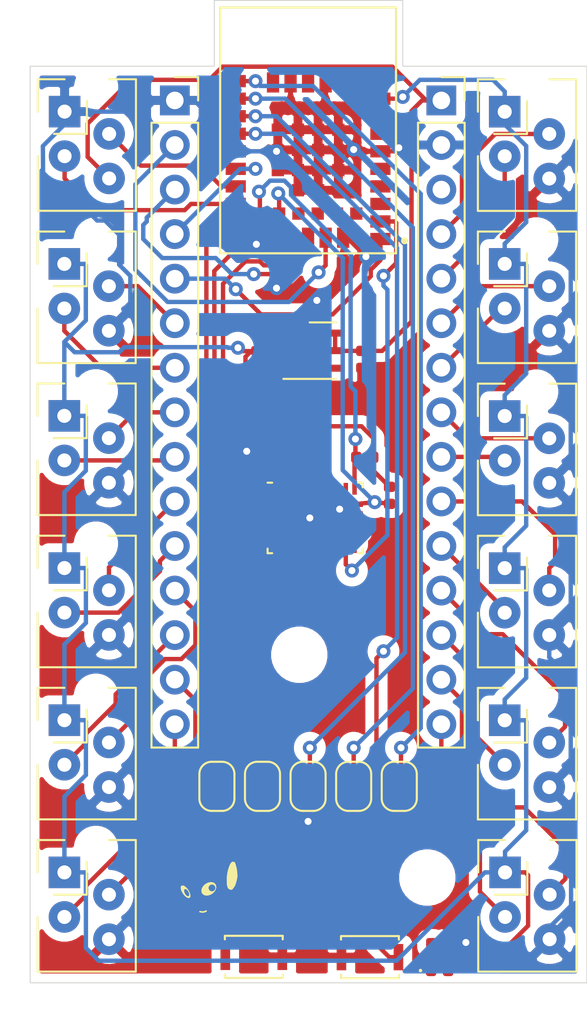
<source format=kicad_pcb>
(kicad_pcb (version 20171130) (host pcbnew 5.1.5-52549c5~84~ubuntu18.04.1)
  (layers (0 F.Cu signal) (31 B.Cu signal) (34 B.Paste user) (35 F.Paste user) (36 B.SilkS user) (37 F.SilkS user) (38 B.Mask user) (39 F.Mask user) (44 Edge.Cuts user))
  (net 0 "")
  (net 1 GND)
  (net 2 +3V3)
  (net 3 "Net-(C3-Pad2)")
  (net 4 +5V)
  (net 5 "Net-(C6-Pad2)")
  (net 6 "Net-(D1-Pad1)")
  (net 7 "Net-(J1-Pad2)")
  (net 8 /NINA_CS)
  (net 9 /SPI_CLK)
  (net 10 /SPI_MISO)
  (net 11 /SPI_MOSI)
  (net 12 /D10)
  (net 13 /E10)
  (net 14 /D9)
  (net 15 /E9)
  (net 16 /D8)
  (net 17 /E8)
  (net 18 /D7)
  (net 19 /E7)
  (net 20 /D6)
  (net 21 /E6)
  (net 22 /E5)
  (net 23 /D5)
  (net 24 /E4)
  (net 25 /D4)
  (net 26 /E3)
  (net 27 /D3)
  (net 28 /E2)
  (net 29 /D2)
  (net 30 /E1)
  (net 31 /D1)
  (net 32 /E0)
  (net 33 /D0)
  (net 34 "Net-(J3-Pad3)")
  (net 35 /SDA)
  (net 36 /SCL)
  (net 37 "Net-(R4-Pad1)")
  (net 38 "Net-(SW1-Pad2)")
  (net 39 "Net-(SW2-Pad1)")
  (net 40 "Net-(U1-Pad20)")
  (net 41 /IMU_INT)
  (net 42 "Net-(U1-Pad3)")
  (net 43 "Net-(U1-Pad4)")
  (net 44 "Net-(U1-Pad5)")
  (net 45 "Net-(U1-Pad7)")
  (net 46 "Net-(U1-Pad8)")
  (net 47 "Net-(U1-Pad13)")
  (net 48 "Net-(U1-Pad34)")
  (net 49 "Net-(U1-Pad32)")
  (net 50 "Net-(U1-Pad31)")
  (net 51 "Net-(U2-Pad4)")
  (net 52 "Net-(U3-Pad1)")
  (net 53 "Net-(U3-Pad27)")
  (net 54 "Net-(U3-Pad26)")
  (net 55 "Net-(U3-Pad24)")
  (net 56 "Net-(U3-Pad23)")
  (net 57 "Net-(U3-Pad22)")
  (net 58 "Net-(U3-Pad21)")
  (net 59 "Net-(U3-Pad7)")
  (net 60 "Net-(U3-Pad8)")
  (net 61 "Net-(U3-Pad10)")
  (net 62 "Net-(U3-Pad11)")
  (net 63 "Net-(U3-Pad12)")
  (net 64 "Net-(U3-Pad13)")
  (net 65 "Net-(J1-Pad3)")
  (net 66 "Net-(JP1-Pad1)")
  (net 67 "Net-(JP2-Pad1)")
  (net 68 "Net-(JP3-Pad1)")
  (net 69 "Net-(JP4-Pad1)")
  (net 70 "Net-(JP5-Pad1)")
  (module Package_LGA:LGA-28_5.2x3.8mm_P0.5mm (layer F.Cu) (at 132 96)
    (fp_text reference U3 hide)
    (fp_text value BNO055)
    (pad 19 smd rect (at 2.3875 -0.75 90) (size 0.254 0.675) (layers F.Cu F.Paste F.Mask) (net 36 /SCL))
    (pad 6 smd rect (at -2.25 1.6625) (size 0.254 0.675) (layers F.Cu F.Paste F.Mask) (net 1 GND))
    (pad 2 smd rect (at -2.3875 -0.75 90) (size 0.254 0.675) (layers F.Cu F.Paste F.Mask) (net 1 GND))
    (pad 1 smd rect (at -2.25 -1.6625) (size 0.254 0.675) (layers F.Cu F.Paste F.Mask) (net 52 "Net-(U3-Pad1)"))
    (pad 3 smd rect (at -2.3875 -0.25 90) (size 0.254 0.675) (layers F.Cu F.Paste F.Mask) (net 2 +3V3))
    (pad 4 smd rect (at -2.3875 0.25 90) (size 0.254 0.675) (layers F.Cu F.Paste F.Mask) (net 37 "Net-(R4-Pad1)"))
    (pad 5 smd rect (at -2.3875 0.75 90) (size 0.254 0.675) (layers F.Cu F.Paste F.Mask) (net 1 GND))
    (pad 28 smd rect (at -1.75 -1.6625) (size 0.254 0.675) (layers F.Cu F.Paste F.Mask) (net 2 +3V3))
    (pad 27 smd rect (at -1.25 -1.6625) (size 0.254 0.675) (layers F.Cu F.Paste F.Mask) (net 53 "Net-(U3-Pad27)"))
    (pad 26 smd rect (at -0.75 -1.6625) (size 0.254 0.675) (layers F.Cu F.Paste F.Mask) (net 54 "Net-(U3-Pad26)"))
    (pad 25 smd rect (at -0.25 -1.6625) (size 0.254 0.675) (layers F.Cu F.Paste F.Mask) (net 3 "Net-(C3-Pad2)"))
    (pad 24 smd rect (at 0.25 -1.6625) (size 0.254 0.675) (layers F.Cu F.Paste F.Mask) (net 55 "Net-(U3-Pad24)"))
    (pad 23 smd rect (at 0.75 -1.6625) (size 0.254 0.675) (layers F.Cu F.Paste F.Mask) (net 56 "Net-(U3-Pad23)"))
    (pad 22 smd rect (at 1.25 -1.6625) (size 0.254 0.675) (layers F.Cu F.Paste F.Mask) (net 57 "Net-(U3-Pad22)"))
    (pad 21 smd rect (at 1.75 -1.6625) (size 0.254 0.675) (layers F.Cu F.Paste F.Mask) (net 58 "Net-(U3-Pad21)"))
    (pad 20 smd rect (at 2.25 -1.6625) (size 0.254 0.675) (layers F.Cu F.Paste F.Mask) (net 35 /SDA))
    (pad 7 smd rect (at -1.75 1.6625) (size 0.254 0.675) (layers F.Cu F.Paste F.Mask) (net 59 "Net-(U3-Pad7)"))
    (pad 8 smd rect (at -1.25 1.6625) (size 0.254 0.675) (layers F.Cu F.Paste F.Mask) (net 60 "Net-(U3-Pad8)"))
    (pad 9 smd rect (at -0.75 1.6625) (size 0.254 0.675) (layers F.Cu F.Paste F.Mask) (net 5 "Net-(C6-Pad2)"))
    (pad 10 smd rect (at -0.25 1.6625) (size 0.254 0.675) (layers F.Cu F.Paste F.Mask) (net 61 "Net-(U3-Pad10)"))
    (pad 11 smd rect (at 0.25 1.6625) (size 0.254 0.675) (layers F.Cu F.Paste F.Mask) (net 62 "Net-(U3-Pad11)"))
    (pad 12 smd rect (at 0.75 1.6625) (size 0.254 0.675) (layers F.Cu F.Paste F.Mask) (net 63 "Net-(U3-Pad12)"))
    (pad 13 smd rect (at 1.25 1.6625) (size 0.254 0.675) (layers F.Cu F.Paste F.Mask) (net 64 "Net-(U3-Pad13)"))
    (pad 14 smd rect (at 1.75 1.6625) (size 0.254 0.675) (layers F.Cu F.Paste F.Mask) (net 41 /IMU_INT))
    (pad 15 smd rect (at 2.25 1.6625) (size 0.254 0.675) (layers F.Cu F.Paste F.Mask) (net 3 "Net-(C3-Pad2)"))
    (pad 18 smd rect (at 2.3875 -0.25 90) (size 0.254 0.675) (layers F.Cu F.Paste F.Mask) (net 1 GND))
    (pad 17 smd rect (at 2.3875 0.25 90) (size 0.254 0.675) (layers F.Cu F.Paste F.Mask) (net 1 GND))
    (pad 16 smd rect (at 2.3875 0.75 90) (size 0.254 0.675) (layers F.Cu F.Paste F.Mask) (net 3 "Net-(C3-Pad2)"))
  )
  (module Capacitor_SMD:C_0402_1005Metric (layer F.Cu) (at 128.6748 86.97664 90)
    (fp_text reference C1 hide)
    (fp_text value 10u)
    (pad 1 smd roundrect (at -0.485 0 90) (size 0.59 0.64) (layers F.Cu F.Paste F.Mask) (net 1 GND))
    (pad 2 smd roundrect (at 0.485 0 90) (size 0.59 0.64) (layers F.Cu F.Paste F.Mask) (net 2 +3V3))
  )
  (module Capacitor_SMD:C_0402_1005Metric (layer F.Cu) (at 127.9144 93.83776 90)
    (fp_text reference C2 hide)
    (fp_text value 0.1u)
    (pad 2 smd roundrect (at 0.485 0 90) (size 0.59 0.64) (layers F.Cu F.Paste F.Mask) (net 1 GND))
    (pad 1 smd roundrect (at -0.485 0 90) (size 0.59 0.64) (layers F.Cu F.Paste F.Mask) (net 2 +3V3))
  )
  (module Capacitor_SMD:C_0402_1005Metric (layer F.Cu) (at 130.92176 91.5924)
    (fp_text reference C3 hide)
    (fp_text value 6.8n)
    (pad 2 smd roundrect (at 0.485 0) (size 0.59 0.64) (layers F.Cu F.Paste F.Mask) (net 3 "Net-(C3-Pad2)"))
    (pad 1 smd roundrect (at -0.485 0) (size 0.59 0.64) (layers F.Cu F.Paste F.Mask) (net 2 +3V3))
  )
  (module Capacitor_SMD:C_0402_1005Metric (layer F.Cu) (at 134.65904 86.9614 90)
    (fp_text reference C4 hide)
    (fp_text value 10u)
    (pad 2 smd roundrect (at 0.485 0 90) (size 0.59 0.64) (layers F.Cu F.Paste F.Mask) (net 4 +5V))
    (pad 1 smd roundrect (at -0.485 0 90) (size 0.59 0.64) (layers F.Cu F.Paste F.Mask) (net 1 GND))
  )
  (module Capacitor_SMD:C_0402_1005Metric (layer F.Cu) (at 130.9116 92.7354)
    (fp_text reference C5 hide)
    (fp_text value 120n)
    (pad 1 smd roundrect (at -0.485 0) (size 0.59 0.64) (layers F.Cu F.Paste F.Mask) (net 2 +3V3))
    (pad 2 smd roundrect (at 0.485 0) (size 0.59 0.64) (layers F.Cu F.Paste F.Mask) (net 3 "Net-(C3-Pad2)"))
  )
  (module Capacitor_SMD:C_0402_1005Metric (layer F.Cu) (at 130.49504 99.39528)
    (fp_text reference C6 hide)
    (fp_text value 0.1u)
    (pad 1 smd roundrect (at -0.485 0) (size 0.59 0.64) (layers F.Cu F.Paste F.Mask) (net 1 GND))
    (pad 2 smd roundrect (at 0.485 0) (size 0.59 0.64) (layers F.Cu F.Paste F.Mask) (net 5 "Net-(C6-Pad2)"))
  )
  (module Connector_PinSocket_2.54mm:PinSocket_1x15_P2.54mm_Vertical (layer F.Cu) (at 124 72.2)
    (fp_text reference J2 hide)
    (fp_text value TinyFPGA-left)
    (pad 1 thru_hole rect (at 0 0) (size 1.7 1.7) (drill 1) (layers *.Cu *.Mask) (net 1 GND))
    (pad 2 thru_hole oval (at 0 2.54) (size 1.7 1.7) (drill 1) (layers *.Cu *.Mask) (net 9 /SPI_CLK))
    (pad 3 thru_hole oval (at 0 5.08) (size 1.7 1.7) (drill 1) (layers *.Cu *.Mask) (net 8 /NINA_CS))
    (pad 4 thru_hole oval (at 0 7.62) (size 1.7 1.7) (drill 1) (layers *.Cu *.Mask) (net 10 /SPI_MISO))
    (pad 5 thru_hole oval (at 0 10.16) (size 1.7 1.7) (drill 1) (layers *.Cu *.Mask) (net 11 /SPI_MOSI))
    (pad 6 thru_hole oval (at 0 12.7) (size 1.7 1.7) (drill 1) (layers *.Cu *.Mask) (net 12 /D10))
    (pad 7 thru_hole oval (at 0 15.24) (size 1.7 1.7) (drill 1) (layers *.Cu *.Mask) (net 13 /E10))
    (pad 8 thru_hole oval (at 0 17.78) (size 1.7 1.7) (drill 1) (layers *.Cu *.Mask) (net 14 /D9))
    (pad 9 thru_hole oval (at 0 20.32) (size 1.7 1.7) (drill 1) (layers *.Cu *.Mask) (net 15 /E9))
    (pad 10 thru_hole oval (at 0 22.86) (size 1.7 1.7) (drill 1) (layers *.Cu *.Mask) (net 16 /D8))
    (pad 11 thru_hole oval (at 0 25.4) (size 1.7 1.7) (drill 1) (layers *.Cu *.Mask) (net 17 /E8))
    (pad 12 thru_hole oval (at 0 27.94) (size 1.7 1.7) (drill 1) (layers *.Cu *.Mask) (net 18 /D7))
    (pad 13 thru_hole oval (at 0 30.48) (size 1.7 1.7) (drill 1) (layers *.Cu *.Mask) (net 19 /E7))
    (pad 14 thru_hole oval (at 0 33.02) (size 1.7 1.7) (drill 1) (layers *.Cu *.Mask) (net 20 /D6))
    (pad 15 thru_hole oval (at 0 35.56) (size 1.7 1.7) (drill 1) (layers *.Cu *.Mask) (net 21 /E6))
  )
  (module Connector_PinSocket_2.54mm:PinSocket_1x15_P2.54mm_Vertical (layer F.Cu) (at 139.2 72.2)
    (fp_text reference J3 hide)
    (fp_text value TinyFPGA-right)
    (pad 15 thru_hole oval (at 0 35.56) (size 1.7 1.7) (drill 1) (layers *.Cu *.Mask) (net 22 /E5))
    (pad 14 thru_hole oval (at 0 33.02) (size 1.7 1.7) (drill 1) (layers *.Cu *.Mask) (net 23 /D5))
    (pad 13 thru_hole oval (at 0 30.48) (size 1.7 1.7) (drill 1) (layers *.Cu *.Mask) (net 24 /E4))
    (pad 12 thru_hole oval (at 0 27.94) (size 1.7 1.7) (drill 1) (layers *.Cu *.Mask) (net 25 /D4))
    (pad 11 thru_hole oval (at 0 25.4) (size 1.7 1.7) (drill 1) (layers *.Cu *.Mask) (net 26 /E3))
    (pad 10 thru_hole oval (at 0 22.86) (size 1.7 1.7) (drill 1) (layers *.Cu *.Mask) (net 27 /D3))
    (pad 9 thru_hole oval (at 0 20.32) (size 1.7 1.7) (drill 1) (layers *.Cu *.Mask) (net 28 /E2))
    (pad 8 thru_hole oval (at 0 17.78) (size 1.7 1.7) (drill 1) (layers *.Cu *.Mask) (net 29 /D2))
    (pad 7 thru_hole oval (at 0 15.24) (size 1.7 1.7) (drill 1) (layers *.Cu *.Mask) (net 30 /E1))
    (pad 6 thru_hole oval (at 0 12.7) (size 1.7 1.7) (drill 1) (layers *.Cu *.Mask) (net 31 /D1))
    (pad 5 thru_hole oval (at 0 10.16) (size 1.7 1.7) (drill 1) (layers *.Cu *.Mask) (net 32 /E0))
    (pad 4 thru_hole oval (at 0 7.62) (size 1.7 1.7) (drill 1) (layers *.Cu *.Mask) (net 33 /D0))
    (pad 3 thru_hole oval (at 0 5.08) (size 1.7 1.7) (drill 1) (layers *.Cu *.Mask) (net 34 "Net-(J3-Pad3)"))
    (pad 2 thru_hole oval (at 0 2.54) (size 1.7 1.7) (drill 1) (layers *.Cu *.Mask) (net 1 GND))
    (pad 1 thru_hole rect (at 0 0) (size 1.7 1.7) (drill 1) (layers *.Cu *.Mask) (net 4 +5V))
  )
  (module custom_lib:TE-Connectivity_Micro-Match_connector_02x02_Pitch_1.27mm (layer F.Cu) (at 144.08404 74.74712)
    (fp_text reference J4 hide)
    (fp_text value sensor0)
    (pad "" np_thru_hole circle (at 0.53 -3.305) (size 1.5001 1.5001) (drill 1.5001) (layers *.Cu *.Mask))
    (pad 4 thru_hole circle (at 1.27 1.905) (size 1.8 1.8) (drill 0.8001) (layers *.Cu *.Mask) (net 1 GND))
    (pad 3 thru_hole circle (at -1.27 0.635) (size 1.8 1.8) (drill 0.8001) (layers *.Cu *.Mask) (net 32 /E0))
    (pad 2 thru_hole circle (at 1.27 -0.635) (size 1.8 1.8) (drill 0.8001) (layers *.Cu *.Mask) (net 33 /D0))
    (pad 1 thru_hole rect (at -1.27 -1.905) (size 1.8 1.8) (drill 0.8001) (layers *.Cu *.Mask) (net 2 +3V3))
  )
  (module custom_lib:TE-Connectivity_Micro-Match_connector_02x02_Pitch_1.27mm (layer F.Cu) (at 144.08404 83.42376)
    (fp_text reference J5 hide)
    (fp_text value sensor1)
    (pad 1 thru_hole rect (at -1.27 -1.905) (size 1.8 1.8) (drill 0.8001) (layers *.Cu *.Mask) (net 2 +3V3))
    (pad 2 thru_hole circle (at 1.27 -0.635) (size 1.8 1.8) (drill 0.8001) (layers *.Cu *.Mask) (net 31 /D1))
    (pad 3 thru_hole circle (at -1.27 0.635) (size 1.8 1.8) (drill 0.8001) (layers *.Cu *.Mask) (net 30 /E1))
    (pad 4 thru_hole circle (at 1.27 1.905) (size 1.8 1.8) (drill 0.8001) (layers *.Cu *.Mask) (net 1 GND))
    (pad "" np_thru_hole circle (at 0.53 -3.305) (size 1.5001 1.5001) (drill 1.5001) (layers *.Cu *.Mask))
  )
  (module custom_lib:TE-Connectivity_Micro-Match_connector_02x02_Pitch_1.27mm (layer F.Cu) (at 144.08404 92.09532)
    (fp_text reference J6 hide)
    (fp_text value sensor2)
    (pad "" np_thru_hole circle (at 0.53 -3.305) (size 1.5001 1.5001) (drill 1.5001) (layers *.Cu *.Mask))
    (pad 4 thru_hole circle (at 1.27 1.905) (size 1.8 1.8) (drill 0.8001) (layers *.Cu *.Mask) (net 1 GND))
    (pad 3 thru_hole circle (at -1.27 0.635) (size 1.8 1.8) (drill 0.8001) (layers *.Cu *.Mask) (net 28 /E2))
    (pad 2 thru_hole circle (at 1.27 -0.635) (size 1.8 1.8) (drill 0.8001) (layers *.Cu *.Mask) (net 29 /D2))
    (pad 1 thru_hole rect (at -1.27 -1.905) (size 1.8 1.8) (drill 0.8001) (layers *.Cu *.Mask) (net 2 +3V3))
  )
  (module custom_lib:TE-Connectivity_Micro-Match_connector_02x02_Pitch_1.27mm (layer F.Cu) (at 144.08404 100.76688)
    (fp_text reference J7 hide)
    (fp_text value sensor3)
    (pad 1 thru_hole rect (at -1.27 -1.905) (size 1.8 1.8) (drill 0.8001) (layers *.Cu *.Mask) (net 2 +3V3))
    (pad 2 thru_hole circle (at 1.27 -0.635) (size 1.8 1.8) (drill 0.8001) (layers *.Cu *.Mask) (net 27 /D3))
    (pad 3 thru_hole circle (at -1.27 0.635) (size 1.8 1.8) (drill 0.8001) (layers *.Cu *.Mask) (net 26 /E3))
    (pad 4 thru_hole circle (at 1.27 1.905) (size 1.8 1.8) (drill 0.8001) (layers *.Cu *.Mask) (net 1 GND))
    (pad "" np_thru_hole circle (at 0.53 -3.305) (size 1.5001 1.5001) (drill 1.5001) (layers *.Cu *.Mask))
  )
  (module custom_lib:TE-Connectivity_Micro-Match_connector_02x02_Pitch_1.27mm (layer F.Cu) (at 144.08404 109.43844)
    (fp_text reference J8 hide)
    (fp_text value sensor4)
    (pad "" np_thru_hole circle (at 0.53 -3.305) (size 1.5001 1.5001) (drill 1.5001) (layers *.Cu *.Mask))
    (pad 4 thru_hole circle (at 1.27 1.905) (size 1.8 1.8) (drill 0.8001) (layers *.Cu *.Mask) (net 1 GND))
    (pad 3 thru_hole circle (at -1.27 0.635) (size 1.8 1.8) (drill 0.8001) (layers *.Cu *.Mask) (net 24 /E4))
    (pad 2 thru_hole circle (at 1.27 -0.635) (size 1.8 1.8) (drill 0.8001) (layers *.Cu *.Mask) (net 25 /D4))
    (pad 1 thru_hole rect (at -1.27 -1.905) (size 1.8 1.8) (drill 0.8001) (layers *.Cu *.Mask) (net 2 +3V3))
  )
  (module custom_lib:TE-Connectivity_Micro-Match_connector_02x02_Pitch_1.27mm (layer F.Cu) (at 144.10436 118.11)
    (fp_text reference J9 hide)
    (fp_text value sensor5)
    (pad 1 thru_hole rect (at -1.27 -1.905) (size 1.8 1.8) (drill 0.8001) (layers *.Cu *.Mask) (net 2 +3V3))
    (pad 2 thru_hole circle (at 1.27 -0.635) (size 1.8 1.8) (drill 0.8001) (layers *.Cu *.Mask) (net 23 /D5))
    (pad 3 thru_hole circle (at -1.27 0.635) (size 1.8 1.8) (drill 0.8001) (layers *.Cu *.Mask) (net 22 /E5))
    (pad 4 thru_hole circle (at 1.27 1.905) (size 1.8 1.8) (drill 0.8001) (layers *.Cu *.Mask) (net 1 GND))
    (pad "" np_thru_hole circle (at 0.53 -3.305) (size 1.5001 1.5001) (drill 1.5001) (layers *.Cu *.Mask))
  )
  (module custom_lib:TE-Connectivity_Micro-Match_connector_02x02_Pitch_1.27mm (layer F.Cu) (at 118.9736 118.11)
    (fp_text reference J10 hide)
    (fp_text value sensor6)
    (pad 1 thru_hole rect (at -1.27 -1.905) (size 1.8 1.8) (drill 0.8001) (layers *.Cu *.Mask) (net 2 +3V3))
    (pad 2 thru_hole circle (at 1.27 -0.635) (size 1.8 1.8) (drill 0.8001) (layers *.Cu *.Mask) (net 20 /D6))
    (pad 3 thru_hole circle (at -1.27 0.635) (size 1.8 1.8) (drill 0.8001) (layers *.Cu *.Mask) (net 21 /E6))
    (pad 4 thru_hole circle (at 1.27 1.905) (size 1.8 1.8) (drill 0.8001) (layers *.Cu *.Mask) (net 1 GND))
    (pad "" np_thru_hole circle (at 0.53 -3.305) (size 1.5001 1.5001) (drill 1.5001) (layers *.Cu *.Mask))
  )
  (module custom_lib:TE-Connectivity_Micro-Match_connector_02x02_Pitch_1.27mm (layer F.Cu) (at 118.9736 109.43336)
    (fp_text reference J11 hide)
    (fp_text value sensor7)
    (pad "" np_thru_hole circle (at 0.53 -3.305) (size 1.5001 1.5001) (drill 1.5001) (layers *.Cu *.Mask))
    (pad 4 thru_hole circle (at 1.27 1.905) (size 1.8 1.8) (drill 0.8001) (layers *.Cu *.Mask) (net 1 GND))
    (pad 3 thru_hole circle (at -1.27 0.635) (size 1.8 1.8) (drill 0.8001) (layers *.Cu *.Mask) (net 19 /E7))
    (pad 2 thru_hole circle (at 1.27 -0.635) (size 1.8 1.8) (drill 0.8001) (layers *.Cu *.Mask) (net 18 /D7))
    (pad 1 thru_hole rect (at -1.27 -1.905) (size 1.8 1.8) (drill 0.8001) (layers *.Cu *.Mask) (net 2 +3V3))
  )
  (module custom_lib:TE-Connectivity_Micro-Match_connector_02x02_Pitch_1.27mm (layer F.Cu) (at 118.9736 100.7618)
    (fp_text reference J12 hide)
    (fp_text value sensor8)
    (pad 1 thru_hole rect (at -1.27 -1.905) (size 1.8 1.8) (drill 0.8001) (layers *.Cu *.Mask) (net 2 +3V3))
    (pad 2 thru_hole circle (at 1.27 -0.635) (size 1.8 1.8) (drill 0.8001) (layers *.Cu *.Mask) (net 16 /D8))
    (pad 3 thru_hole circle (at -1.27 0.635) (size 1.8 1.8) (drill 0.8001) (layers *.Cu *.Mask) (net 17 /E8))
    (pad 4 thru_hole circle (at 1.27 1.905) (size 1.8 1.8) (drill 0.8001) (layers *.Cu *.Mask) (net 1 GND))
    (pad "" np_thru_hole circle (at 0.53 -3.305) (size 1.5001 1.5001) (drill 1.5001) (layers *.Cu *.Mask))
  )
  (module custom_lib:TE-Connectivity_Micro-Match_connector_02x02_Pitch_1.27mm (layer F.Cu) (at 118.96852 92.08516)
    (fp_text reference J13 hide)
    (fp_text value sensor9)
    (pad "" np_thru_hole circle (at 0.53 -3.305) (size 1.5001 1.5001) (drill 1.5001) (layers *.Cu *.Mask))
    (pad 4 thru_hole circle (at 1.27 1.905) (size 1.8 1.8) (drill 0.8001) (layers *.Cu *.Mask) (net 1 GND))
    (pad 3 thru_hole circle (at -1.27 0.635) (size 1.8 1.8) (drill 0.8001) (layers *.Cu *.Mask) (net 15 /E9))
    (pad 2 thru_hole circle (at 1.27 -0.635) (size 1.8 1.8) (drill 0.8001) (layers *.Cu *.Mask) (net 14 /D9))
    (pad 1 thru_hole rect (at -1.27 -1.905) (size 1.8 1.8) (drill 0.8001) (layers *.Cu *.Mask) (net 2 +3V3))
  )
  (module custom_lib:TE-Connectivity_Micro-Match_connector_02x02_Pitch_1.27mm (layer F.Cu) (at 118.96852 83.42376)
    (fp_text reference J14 hide)
    (fp_text value sensor10)
    (pad 1 thru_hole rect (at -1.27 -1.905) (size 1.8 1.8) (drill 0.8001) (layers *.Cu *.Mask) (net 2 +3V3))
    (pad 2 thru_hole circle (at 1.27 -0.635) (size 1.8 1.8) (drill 0.8001) (layers *.Cu *.Mask) (net 12 /D10))
    (pad 3 thru_hole circle (at -1.27 0.635) (size 1.8 1.8) (drill 0.8001) (layers *.Cu *.Mask) (net 13 /E10))
    (pad 4 thru_hole circle (at 1.27 1.905) (size 1.8 1.8) (drill 0.8001) (layers *.Cu *.Mask) (net 1 GND))
    (pad "" np_thru_hole circle (at 0.53 -3.305) (size 1.5001 1.5001) (drill 1.5001) (layers *.Cu *.Mask))
  )
  (module Resistor_SMD:R_0402_1005Metric (layer F.Cu) (at 139.11072 120.26392 180)
    (fp_text reference R1 hide)
    (fp_text value 1k)
    (pad 2 smd roundrect (at 0.485 0 180) (size 0.59 0.64) (layers F.Cu F.Paste F.Mask) (net 6 "Net-(D1-Pad1)"))
    (pad 1 smd roundrect (at -0.485 0 180) (size 0.59 0.64) (layers F.Cu F.Paste F.Mask) (net 1 GND))
  )
  (module Resistor_SMD:R_0402_1005Metric (layer F.Cu) (at 134.83336 92.54236)
    (fp_text reference R2 hide)
    (fp_text value 10k)
    (pad 1 smd roundrect (at -0.485 0) (size 0.59 0.64) (layers F.Cu F.Paste F.Mask) (net 35 /SDA))
    (pad 2 smd roundrect (at 0.485 0) (size 0.59 0.64) (layers F.Cu F.Paste F.Mask) (net 2 +3V3))
  )
  (module Resistor_SMD:R_0402_1005Metric (layer F.Cu) (at 136.2456 94.71152 270)
    (fp_text reference R3 hide)
    (fp_text value 10k)
    (pad 1 smd roundrect (at -0.485 0 270) (size 0.59 0.64) (layers F.Cu F.Paste F.Mask) (net 2 +3V3))
    (pad 2 smd roundrect (at 0.485 0 270) (size 0.59 0.64) (layers F.Cu F.Paste F.Mask) (net 36 /SCL))
  )
  (module Resistor_SMD:R_0402_1005Metric (layer F.Cu) (at 127.90932 96.01948 90)
    (fp_text reference R4 hide)
    (fp_text value 10k)
    (pad 2 smd roundrect (at 0.485 0 90) (size 0.59 0.64) (layers F.Cu F.Paste F.Mask) (net 2 +3V3))
    (pad 1 smd roundrect (at -0.485 0 90) (size 0.59 0.64) (layers F.Cu F.Paste F.Mask) (net 37 "Net-(R4-Pad1)"))
  )
  (module custom_lib:SW_SPST_KXT3 (layer F.Cu) (at 135.128 121.03608)
    (fp_text reference SW1 hide)
    (fp_text value RESET)
    (pad 1 smd rect (at -1.625 0) (size 0.55 1.5) (layers F.Cu F.Paste F.Mask) (net 1 GND))
    (pad 2 smd rect (at 1.625 0) (size 0.55 1.5) (layers F.Cu F.Paste F.Mask) (net 38 "Net-(SW1-Pad2)"))
  )
  (module custom_lib:SW_SPST_KXT3 (layer F.Cu) (at 128.50368 121.02084)
    (fp_text reference SW2 hide)
    (fp_text value BOOT)
    (pad 2 smd rect (at 1.625 0) (size 0.55 1.5) (layers F.Cu F.Paste F.Mask) (net 1 GND))
    (pad 1 smd rect (at -1.625 0) (size 0.55 1.5) (layers F.Cu F.Paste F.Mask) (net 39 "Net-(SW2-Pad1)"))
  )
  (module NINA-W102:XCVR_NINA-W102 (layer F.Cu) (at 131.6 73.9 180)
    (fp_text reference U1 hide)
    (fp_text value NINA-W102 hide)
    (pad 25 smd rect (at 4.125 -6.2 90) (size 0.7 1.15) (layers F.Cu F.Paste F.Mask) (net 70 "Net-(JP5-Pad1)"))
    (pad 24 smd rect (at 4.125 -5.2 90) (size 0.7 1.15) (layers F.Cu F.Paste F.Mask) (net 69 "Net-(JP4-Pad1)"))
    (pad 23 smd rect (at 4.125 -4.2 90) (size 0.7 1.15) (layers F.Cu F.Paste F.Mask) (net 65 "Net-(J1-Pad3)"))
    (pad 22 smd rect (at 4.125 -3.2 90) (size 0.7 1.15) (layers F.Cu F.Paste F.Mask) (net 7 "Net-(J1-Pad2)"))
    (pad 21 smd rect (at 4.125 -2.2 90) (size 0.7 1.15) (layers F.Cu F.Paste F.Mask) (net 10 /SPI_MISO))
    (pad 20 smd rect (at 4.125 -1.2 90) (size 0.7 1.15) (layers F.Cu F.Paste F.Mask) (net 40 "Net-(U1-Pad20)"))
    (pad 19 smd rect (at 4.125 -0.2 90) (size 0.7 1.15) (layers F.Cu F.Paste F.Mask) (net 38 "Net-(SW1-Pad2)"))
    (pad 18 smd rect (at 4.125 0.8 90) (size 0.7 1.15) (layers F.Cu F.Paste F.Mask) (net 68 "Net-(JP3-Pad1)"))
    (pad 17 smd rect (at 4.125 1.8 90) (size 0.7 1.15) (layers F.Cu F.Paste F.Mask) (net 67 "Net-(JP2-Pad1)"))
    (pad 16 smd rect (at 4.125 2.8 90) (size 0.7 1.15) (layers F.Cu F.Paste F.Mask) (net 66 "Net-(JP1-Pad1)"))
    (pad 1 smd rect (at -4.125 -6.2 90) (size 0.7 1.15) (layers F.Cu F.Paste F.Mask) (net 11 /SPI_MOSI))
    (pad 2 smd rect (at -4.125 -5.2 90) (size 0.7 1.15) (layers F.Cu F.Paste F.Mask) (net 41 /IMU_INT))
    (pad 3 smd rect (at -4.125 -4.2 90) (size 0.7 1.15) (layers F.Cu F.Paste F.Mask) (net 42 "Net-(U1-Pad3)"))
    (pad 4 smd rect (at -4.125 -3.2 90) (size 0.7 1.15) (layers F.Cu F.Paste F.Mask) (net 43 "Net-(U1-Pad4)"))
    (pad 5 smd rect (at -4.125 -2.2 90) (size 0.7 1.15) (layers F.Cu F.Paste F.Mask) (net 44 "Net-(U1-Pad5)"))
    (pad 6 smd rect (at -4.125 -1.2 90) (size 0.7 1.15) (layers F.Cu F.Paste F.Mask) (net 1 GND))
    (pad 7 smd rect (at -4.125 -0.2 90) (size 0.7 1.15) (layers F.Cu F.Paste F.Mask) (net 45 "Net-(U1-Pad7)"))
    (pad 8 smd rect (at -4.125 0.8 90) (size 0.7 1.15) (layers F.Cu F.Paste F.Mask) (net 46 "Net-(U1-Pad8)"))
    (pad 9 smd rect (at -4.125 1.8 90) (size 0.7 1.15) (layers F.Cu F.Paste F.Mask) (net 2 +3V3))
    (pad 10 smd rect (at -4.125 2.8 90) (size 0.7 1.15) (layers F.Cu F.Paste F.Mask) (net 2 +3V3))
    (pad 28 smd rect (at 0 -6.125 180) (size 0.7 1.15) (layers F.Cu F.Paste F.Mask) (net 8 /NINA_CS))
    (pad 27 smd rect (at 1 -6.125 180) (size 0.7 1.15) (layers F.Cu F.Paste F.Mask) (net 39 "Net-(SW2-Pad1)"))
    (pad 26 smd rect (at 2 -6.125 180) (size 0.7 1.15) (layers F.Cu F.Paste F.Mask) (net 1 GND))
    (pad 29 smd rect (at -1 -6.125 180) (size 0.7 1.15) (layers F.Cu F.Paste F.Mask) (net 9 /SPI_CLK))
    (pad 30 smd rect (at -2 -6.125 180) (size 0.7 1.15) (layers F.Cu F.Paste F.Mask) (net 1 GND))
    (pad 15 smd rect (at 2 2.725 180) (size 0.7 1.15) (layers F.Cu F.Paste F.Mask))
    (pad 14 smd rect (at 1 2.725 180) (size 0.7 1.15) (layers F.Cu F.Paste F.Mask) (net 1 GND))
    (pad 13 smd rect (at 0 2.725 180) (size 0.7 1.15) (layers F.Cu F.Paste F.Mask) (net 47 "Net-(U1-Pad13)"))
    (pad 12 smd rect (at -1 2.725 180) (size 0.7 1.15) (layers F.Cu F.Paste F.Mask) (net 1 GND))
    (pad 11 smd rect (at -2 2.725 180) (size 0.7 1.15) (layers F.Cu F.Paste F.Mask))
    (pad 34 smd rect (at 0.55 -4.75 90) (size 0.7 0.7) (layers F.Cu F.Paste F.Mask) (net 48 "Net-(U1-Pad34)"))
    (pad 35 smd rect (at 1.65 -4.75 90) (size 0.7 0.7) (layers F.Cu F.Paste F.Mask) (net 36 /SCL))
    (pad 36 smd rect (at 2.75 -4.75 90) (size 0.7 0.7) (layers F.Cu F.Paste F.Mask) (net 35 /SDA))
    (pad 33 smd rect (at -0.55 -4.75 90) (size 0.7 0.7) (layers F.Cu F.Paste F.Mask))
    (pad 32 smd rect (at -1.65 -4.75 90) (size 0.7 0.7) (layers F.Cu F.Paste F.Mask) (net 49 "Net-(U1-Pad32)"))
    (pad 31 smd rect (at -2.75 -4.75 90) (size 0.7 0.7) (layers F.Cu F.Paste F.Mask) (net 50 "Net-(U1-Pad31)"))
    (pad 38 smd rect (at 0.575 -3.42 90) (size 0.7 0.7) (layers F.Cu F.Paste F.Mask) (net 1 GND))
    (pad 41 smd rect (at 0.575 -2.27 90) (size 0.7 0.7) (layers F.Cu F.Paste F.Mask) (net 1 GND))
    (pad 44 smd rect (at 0.575 -1.12 90) (size 0.7 0.7) (layers F.Cu F.Paste F.Mask) (net 1 GND))
    (pad 47 smd rect (at 0.575 0.03 90) (size 0.7 0.7) (layers F.Cu F.Paste F.Mask) (net 1 GND))
    (pad 37 smd rect (at -0.575 -3.42 90) (size 0.7 0.7) (layers F.Cu F.Paste F.Mask) (net 1 GND))
    (pad 40 smd rect (at -0.575 -2.27 90) (size 0.7 0.7) (layers F.Cu F.Paste F.Mask) (net 1 GND))
    (pad 43 smd rect (at -0.575 -1.12 90) (size 0.7 0.7) (layers F.Cu F.Paste F.Mask) (net 1 GND))
    (pad 46 smd rect (at -0.575 0.03 90) (size 0.7 0.7) (layers F.Cu F.Paste F.Mask) (net 1 GND))
    (pad 42 smd rect (at 1.725 -2.27 90) (size 0.7 0.7) (layers F.Cu F.Paste F.Mask) (net 1 GND))
    (pad 48 smd rect (at 1.725 0.03 90) (size 0.7 0.7) (layers F.Cu F.Paste F.Mask) (net 1 GND))
    (pad 39 smd rect (at -1.725 -2.27 90) (size 0.7 0.7) (layers F.Cu F.Paste F.Mask) (net 1 GND))
    (pad 45 smd rect (at -1.725 0.03 90) (size 0.7 0.7) (layers F.Cu F.Paste F.Mask) (net 1 GND))
  )
  (module Package_DFN_QFN:DFN-6-1EP_3x3mm_P1mm_EP1.5x2.4mm (layer F.Cu) (at 131.69232 86.46356)
    (fp_text reference U2 hide)
    (fp_text value LD39200)
    (pad 1 smd roundrect (at -1.45 -1) (size 0.8 0.4) (layers F.Cu F.Paste F.Mask) (net 2 +3V3))
    (pad 2 smd roundrect (at -1.45 0) (size 0.8 0.4) (layers F.Cu F.Paste F.Mask) (net 2 +3V3))
    (pad 3 smd roundrect (at -1.45 1) (size 0.8 0.4) (layers F.Cu F.Paste F.Mask) (net 1 GND))
    (pad 4 smd roundrect (at 1.45 1) (size 0.8 0.4) (layers F.Cu F.Paste F.Mask) (net 51 "Net-(U2-Pad4)"))
    (pad 5 smd roundrect (at 1.45 0) (size 0.8 0.4) (layers F.Cu F.Paste F.Mask) (net 4 +5V))
    (pad 6 smd roundrect (at 1.45 -1) (size 0.8 0.4) (layers F.Cu F.Paste F.Mask) (net 4 +5V))
    (pad 7 smd rect (at 0 0) (size 1.5 2.4) (layers F.Cu F.Mask))
  )
  (module custom_lib:TE-Connectivity_Micro-Match_connector_02x02_Pitch_1.27mm (layer F.Cu) (at 118.98376 74.74204)
    (fp_text reference J1 hide)
    (fp_text value UART)
    (pad 1 thru_hole rect (at -1.27 -1.905) (size 1.8 1.8) (drill 0.8001) (layers *.Cu *.Mask) (net 1 GND))
    (pad 2 thru_hole circle (at 1.27 -0.635) (size 1.8 1.8) (drill 0.8001) (layers *.Cu *.Mask) (net 7 "Net-(J1-Pad2)"))
    (pad 3 thru_hole circle (at -1.27 0.635) (size 1.8 1.8) (drill 0.8001) (layers *.Cu *.Mask) (net 65 "Net-(J1-Pad3)"))
    (pad 4 thru_hole circle (at 1.27 1.905) (size 1.8 1.8) (drill 0.8001) (layers *.Cu *.Mask) (net 4 +5V))
    (pad "" np_thru_hole circle (at 0.53 -3.305) (size 1.5001 1.5001) (drill 1.5001) (layers *.Cu *.Mask))
  )
  (module Jumper:SolderJumper-2_P1.3mm_Open_RoundedPad1.0x1.5mm (layer F.Cu) (at 136.8 111.3 270)
    (fp_text reference JP1 hide)
    (fp_text value SolderJumper_2_Open)
    (pad 1 smd custom (at -0.65 0 270) (size 1 0.5) (layers F.Cu F.Mask) (net 66 "Net-(JP1-Pad1)") (options (clearance outline) (anchor rect)) (primitives (gr_circle (center 0 0.25) (end 0.5 0.25) (width 0)) (gr_circle (center 0 -0.25) (end 0.5 -0.25) (width 0)) (gr_poly (pts (xy 0 -0.75) (xy 0.5 -0.75) (xy 0.5 0.75) (xy 0 0.75)) (width 0))))
    (pad 2 smd custom (at 0.65 0 270) (size 1 0.5) (layers F.Cu F.Mask) (net 1 GND) (options (clearance outline) (anchor rect)) (primitives (gr_circle (center 0 0.25) (end 0.5 0.25) (width 0)) (gr_circle (center 0 -0.25) (end 0.5 -0.25) (width 0)) (gr_poly (pts (xy 0 -0.75) (xy -0.5 -0.75) (xy -0.5 0.75) (xy 0 0.75)) (width 0))))
  )
  (module Jumper:SolderJumper-2_P1.3mm_Open_RoundedPad1.0x1.5mm (layer F.Cu) (at 134.2 111.3 270)
    (fp_text reference JP2 hide)
    (fp_text value SolderJumper_2_Open)
    (pad 2 smd custom (at 0.65 0 270) (size 1 0.5) (layers F.Cu F.Mask) (net 1 GND) (options (clearance outline) (anchor rect)) (primitives (gr_circle (center 0 0.25) (end 0.5 0.25) (width 0)) (gr_circle (center 0 -0.25) (end 0.5 -0.25) (width 0)) (gr_poly (pts (xy 0 -0.75) (xy -0.5 -0.75) (xy -0.5 0.75) (xy 0 0.75)) (width 0))))
    (pad 1 smd custom (at -0.65 0 270) (size 1 0.5) (layers F.Cu F.Mask) (net 67 "Net-(JP2-Pad1)") (options (clearance outline) (anchor rect)) (primitives (gr_circle (center 0 0.25) (end 0.5 0.25) (width 0)) (gr_circle (center 0 -0.25) (end 0.5 -0.25) (width 0)) (gr_poly (pts (xy 0 -0.75) (xy 0.5 -0.75) (xy 0.5 0.75) (xy 0 0.75)) (width 0))))
  )
  (module Jumper:SolderJumper-2_P1.3mm_Open_RoundedPad1.0x1.5mm (layer F.Cu) (at 131.6 111.3 270)
    (fp_text reference JP3 hide)
    (fp_text value SolderJumper_2_Open)
    (pad 1 smd custom (at -0.65 0 270) (size 1 0.5) (layers F.Cu F.Mask) (net 68 "Net-(JP3-Pad1)") (options (clearance outline) (anchor rect)) (primitives (gr_circle (center 0 0.25) (end 0.5 0.25) (width 0)) (gr_circle (center 0 -0.25) (end 0.5 -0.25) (width 0)) (gr_poly (pts (xy 0 -0.75) (xy 0.5 -0.75) (xy 0.5 0.75) (xy 0 0.75)) (width 0))))
    (pad 2 smd custom (at 0.65 0 270) (size 1 0.5) (layers F.Cu F.Mask) (net 1 GND) (options (clearance outline) (anchor rect)) (primitives (gr_circle (center 0 0.25) (end 0.5 0.25) (width 0)) (gr_circle (center 0 -0.25) (end 0.5 -0.25) (width 0)) (gr_poly (pts (xy 0 -0.75) (xy -0.5 -0.75) (xy -0.5 0.75) (xy 0 0.75)) (width 0))))
  )
  (module Jumper:SolderJumper-2_P1.3mm_Open_RoundedPad1.0x1.5mm (layer F.Cu) (at 126.4 111.3 270)
    (fp_text reference JP4 hide)
    (fp_text value SolderJumper_2_Open)
    (pad 2 smd custom (at 0.65 0 270) (size 1 0.5) (layers F.Cu F.Mask) (net 1 GND) (options (clearance outline) (anchor rect)) (primitives (gr_circle (center 0 0.25) (end 0.5 0.25) (width 0)) (gr_circle (center 0 -0.25) (end 0.5 -0.25) (width 0)) (gr_poly (pts (xy 0 -0.75) (xy -0.5 -0.75) (xy -0.5 0.75) (xy 0 0.75)) (width 0))))
    (pad 1 smd custom (at -0.65 0 270) (size 1 0.5) (layers F.Cu F.Mask) (net 69 "Net-(JP4-Pad1)") (options (clearance outline) (anchor rect)) (primitives (gr_circle (center 0 0.25) (end 0.5 0.25) (width 0)) (gr_circle (center 0 -0.25) (end 0.5 -0.25) (width 0)) (gr_poly (pts (xy 0 -0.75) (xy 0.5 -0.75) (xy 0.5 0.75) (xy 0 0.75)) (width 0))))
  )
  (module Jumper:SolderJumper-2_P1.3mm_Open_RoundedPad1.0x1.5mm (layer F.Cu) (at 129 111.3 270)
    (fp_text reference JP5 hide)
    (fp_text value SolderJumper_2_Open)
    (pad 1 smd custom (at -0.65 0 270) (size 1 0.5) (layers F.Cu F.Mask) (net 70 "Net-(JP5-Pad1)") (options (clearance outline) (anchor rect)) (primitives (gr_circle (center 0 0.25) (end 0.5 0.25) (width 0)) (gr_circle (center 0 -0.25) (end 0.5 -0.25) (width 0)) (gr_poly (pts (xy 0 -0.75) (xy 0.5 -0.75) (xy 0.5 0.75) (xy 0 0.75)) (width 0))))
    (pad 2 smd custom (at 0.65 0 270) (size 1 0.5) (layers F.Cu F.Mask) (net 1 GND) (options (clearance outline) (anchor rect)) (primitives (gr_circle (center 0 0.25) (end 0.5 0.25) (width 0)) (gr_circle (center 0 -0.25) (end 0.5 -0.25) (width 0)) (gr_poly (pts (xy 0 -0.75) (xy -0.5 -0.75) (xy -0.5 0.75) (xy 0 0.75)) (width 0))))
  )
  (module LED_SMD:LED_0402_1005Metric (layer F.Cu) (at 139.1 121.8)
    (fp_text reference D1 hide)
    (fp_text value LED)
    (pad 1 smd roundrect (at -0.485 0) (size 0.59 0.64) (layers F.Cu F.Paste F.Mask) (net 6 "Net-(D1-Pad1)"))
    (pad 2 smd roundrect (at 0.485 0) (size 0.59 0.64) (layers F.Cu F.Paste F.Mask) (net 2 +3V3))
  )
  (module custom_lib:R1_ear_silk_5.5mm (layer F.Cu) (at 125.160523 116.373179)
    (fp_text reference FID1 hide)
    (fp_text value Fiducial hide)
  )
  (module custom_lib:R1_eyes_mask_5.5mm (layer F.Cu) (at 125.1712 116.36352)
    (fp_text reference FID2 hide)
    (fp_text value Fiducial hide)
  )
  (module custom_lib:R1_face_mask_5.5mm (layer F.Cu) (at 125.160523 116.373179)
    (fp_text reference FID3 hide)
    (fp_text value Fiducial hide)
  )
  (module MountingHole:MountingHole_2.2mm_M2 (layer F.Cu) (at 138.4 116.5)
    (fp_text reference H1 hide)
    (fp_text value MountingHole)
    (pad 1 np_thru_hole circle (at 0 0) (size 2.2 2.2) (drill 2.2) (layers *.Cu *.Mask))
  )
  (module MountingHole:MountingHole_2.2mm_M2 (layer F.Cu) (at 131.1 103.8)
    (fp_text reference H2 hide)
    (fp_text value MountingHole)
    (pad 1 np_thru_hole circle (at 0 0) (size 2.2 2.2) (drill 2.2) (layers *.Cu *.Mask))
  )
  (gr_line (start 126.25 70.25) (end 115.75 70.25) (layer Edge.Cuts) (width 0.05))
  (gr_line (start 126.25 66.5) (end 126.25 70.25) (layer Edge.Cuts) (width 0.05))
  (gr_line (start 137 66.5) (end 126.25 66.5) (layer Edge.Cuts) (width 0.05))
  (gr_line (start 137 70.25) (end 137 66.5) (layer Edge.Cuts) (width 0.05))
  (gr_line (start 147.5 70.25) (end 137 70.25) (layer Edge.Cuts) (width 0.05))
  (gr_line (start 147.5 122.5) (end 147.5 70.25) (layer Edge.Cuts) (width 0.05))
  (gr_line (start 115.75 122.5) (end 147.5 122.5) (layer Edge.Cuts) (width 0.05))
  (gr_line (start 115.75 70.25) (end 115.75 122.5) (layer Edge.Cuts) (width 0.05))
  (via (at 131.7 96) (size 0.8) (drill 0.4) (layers F.Cu B.Cu) (net 1))
  (segment (start 129.6125 95.25) (end 130.95 95.25) (width 0.25) (layer F.Cu) (net 1))
  (segment (start 130.95 95.25) (end 131.7 96) (width 0.25) (layer F.Cu) (net 1))
  (segment (start 134.3875 96.25) (end 134.3875 95.75) (width 0.25) (layer F.Cu) (net 1))
  (segment (start 130.95 96.75) (end 131.7 96) (width 0.25) (layer F.Cu) (net 1))
  (segment (start 129.6125 96.75) (end 130.95 96.75) (width 0.25) (layer F.Cu) (net 1))
  (segment (start 129.75 96.8875) (end 129.6125 96.75) (width 0.25) (layer F.Cu) (net 1))
  (segment (start 129.75 97.6625) (end 129.75 96.8875) (width 0.25) (layer F.Cu) (net 1))
  (via (at 133.4 95.5) (size 0.8) (drill 0.4) (layers F.Cu B.Cu) (net 1))
  (segment (start 134.3875 95.75) (end 133.65 95.75) (width 0.25) (layer F.Cu) (net 1))
  (segment (start 133.65 95.75) (end 133.4 95.5) (width 0.25) (layer F.Cu) (net 1))
  (segment (start 133.325 76.17) (end 133.325 75.875) (width 0.25) (layer F.Cu) (net 1))
  (via (at 134.2 75) (size 0.8) (drill 0.4) (layers F.Cu B.Cu) (net 1))
  (segment (start 133.325 75.875) (end 134.2 75) (width 0.25) (layer F.Cu) (net 1))
  (segment (start 128.67672 87.46356) (end 128.6748 87.46164) (width 0.25) (layer F.Cu) (net 1))
  (segment (start 130.24232 87.46356) (end 128.67672 87.46356) (width 0.25) (layer F.Cu) (net 1))
  (segment (start 146.579041 84.103759) (end 146.254039 84.428761) (width 0.25) (layer B.Cu) (net 1))
  (segment (start 146.254039 84.428761) (end 145.35404 85.32876) (width 0.25) (layer B.Cu) (net 1))
  (segment (start 146.579041 77.877121) (end 146.579041 84.103759) (width 0.25) (layer B.Cu) (net 1))
  (segment (start 145.35404 76.65212) (end 146.579041 77.877121) (width 0.25) (layer B.Cu) (net 1))
  (segment (start 146.579041 92.775319) (end 146.254039 93.100321) (width 0.25) (layer B.Cu) (net 1))
  (segment (start 146.254039 93.100321) (end 145.35404 94.00032) (width 0.25) (layer B.Cu) (net 1))
  (segment (start 146.579041 86.553761) (end 146.579041 92.775319) (width 0.25) (layer B.Cu) (net 1))
  (segment (start 145.35404 85.32876) (end 146.579041 86.553761) (width 0.25) (layer B.Cu) (net 1))
  (segment (start 145.35404 102.14596) (end 145.35404 102.67188) (width 0.25) (layer B.Cu) (net 1))
  (segment (start 146.579041 100.920959) (end 145.35404 102.14596) (width 0.25) (layer B.Cu) (net 1))
  (segment (start 145.35404 94.00032) (end 146.579041 95.225321) (width 0.25) (layer B.Cu) (net 1))
  (segment (start 146.579041 95.225321) (end 146.579041 100.920959) (width 0.25) (layer B.Cu) (net 1))
  (segment (start 146.579041 110.118439) (end 146.254039 110.443441) (width 0.25) (layer B.Cu) (net 1))
  (segment (start 146.254039 110.443441) (end 145.35404 111.34344) (width 0.25) (layer B.Cu) (net 1))
  (segment (start 146.579041 105.169673) (end 146.579041 110.118439) (width 0.25) (layer B.Cu) (net 1))
  (segment (start 145.35404 103.944672) (end 146.579041 105.169673) (width 0.25) (layer B.Cu) (net 1))
  (segment (start 145.35404 102.67188) (end 145.35404 103.944672) (width 0.25) (layer B.Cu) (net 1))
  (segment (start 145.37436 119.32564) (end 145.37436 120.015) (width 0.25) (layer B.Cu) (net 1))
  (segment (start 146.599361 118.100639) (end 145.37436 119.32564) (width 0.25) (layer B.Cu) (net 1))
  (segment (start 145.35404 111.34344) (end 146.599361 112.588761) (width 0.25) (layer B.Cu) (net 1))
  (segment (start 146.599361 112.588761) (end 146.599361 118.100639) (width 0.25) (layer B.Cu) (net 1))
  (segment (start 122.26296 72.83704) (end 118.86376 72.83704) (width 0.25) (layer B.Cu) (net 1))
  (segment (start 122.9 72.2) (end 122.26296 72.83704) (width 0.25) (layer B.Cu) (net 1))
  (segment (start 118.86376 72.83704) (end 117.71376 72.83704) (width 0.25) (layer B.Cu) (net 1))
  (segment (start 124 72.2) (end 122.9 72.2) (width 0.25) (layer B.Cu) (net 1))
  (segment (start 117.71376 73.564038) (end 117.71376 72.83704) (width 0.25) (layer B.Cu) (net 1))
  (segment (start 120.23852 85.32876) (end 121.463521 84.103759) (width 0.25) (layer B.Cu) (net 1))
  (segment (start 116.473519 74.804279) (end 117.71376 73.564038) (width 0.25) (layer B.Cu) (net 1))
  (segment (start 121.463521 84.103759) (end 121.463521 82.200759) (width 0.25) (layer B.Cu) (net 1))
  (segment (start 119.567427 79.043709) (end 117.823718 77.3) (width 0.25) (layer B.Cu) (net 1))
  (segment (start 120.826521 81.563759) (end 120.826521 79.855685) (width 0.25) (layer B.Cu) (net 1))
  (segment (start 121.463521 82.200759) (end 120.826521 81.563759) (width 0.25) (layer B.Cu) (net 1))
  (segment (start 120.826521 79.855685) (end 120.014545 79.043709) (width 0.25) (layer B.Cu) (net 1))
  (segment (start 120.014545 79.043709) (end 119.567427 79.043709) (width 0.25) (layer B.Cu) (net 1))
  (segment (start 116.509449 76.409449) (end 117.4 77.3) (width 0.25) (layer B.Cu) (net 1))
  (segment (start 116.490551 76.409449) (end 116.509449 76.409449) (width 0.25) (layer B.Cu) (net 1))
  (segment (start 117.823718 77.3) (end 117.4 77.3) (width 0.25) (layer B.Cu) (net 1))
  (segment (start 116.490551 76.409449) (end 116.473519 74.804279) (width 0.25) (layer B.Cu) (net 1))
  (via (at 128.1 92.2) (size 0.8) (drill 0.4) (layers F.Cu B.Cu) (net 1))
  (segment (start 127.9144 93.35276) (end 127.9144 92.3856) (width 0.25) (layer F.Cu) (net 1))
  (segment (start 127.9144 92.3856) (end 128.1 92.2) (width 0.25) (layer F.Cu) (net 1))
  (segment (start 129.75 99.13524) (end 130.01004 99.39528) (width 0.25) (layer F.Cu) (net 1))
  (segment (start 129.75 97.6625) (end 129.75 99.13524) (width 0.25) (layer F.Cu) (net 1))
  (via (at 128.650002 80.4) (size 0.8) (drill 0.4) (layers F.Cu B.Cu) (net 1))
  (segment (start 129.6 80.025) (end 129.025002 80.025) (width 0.25) (layer F.Cu) (net 1))
  (segment (start 129.025002 80.025) (end 128.650002 80.4) (width 0.25) (layer F.Cu) (net 1))
  (segment (start 128 75.1) (end 129.8 75.1) (width 0.25) (layer B.Cu) (net 1))
  (via (at 129.8 75.1) (size 0.8) (drill 0.4) (layers F.Cu B.Cu) (net 1))
  (segment (start 124 72.2) (end 125.1 72.2) (width 0.25) (layer B.Cu) (net 1))
  (segment (start 125.1 72.2) (end 128 75.1) (width 0.25) (layer B.Cu) (net 1))
  (via (at 136.775 74.9) (size 0.8) (drill 0.4) (layers F.Cu B.Cu) (net 1))
  (segment (start 135.725 75.1) (end 136.575 75.1) (width 0.25) (layer F.Cu) (net 1))
  (segment (start 136.575 75.1) (end 136.775 74.9) (width 0.25) (layer F.Cu) (net 1))
  (via (at 134.9 81.1) (size 0.8) (drill 0.4) (layers F.Cu B.Cu) (net 1))
  (segment (start 133.6 80.025) (end 133.825 80.025) (width 0.25) (layer F.Cu) (net 1))
  (segment (start 133.825 80.025) (end 134.9 81.1) (width 0.25) (layer F.Cu) (net 1))
  (via (at 129.8 82.9) (size 0.8) (drill 0.4) (layers F.Cu B.Cu) (net 1))
  (segment (start 128.650002 80.4) (end 129.8 81.549998) (width 0.25) (layer B.Cu) (net 1))
  (segment (start 129.8 81.549998) (end 129.8 82.9) (width 0.25) (layer B.Cu) (net 1))
  (via (at 132.1 83.6) (size 0.8) (drill 0.4) (layers F.Cu B.Cu) (net 1))
  (segment (start 129.8 82.9) (end 131.4 82.9) (width 0.25) (layer F.Cu) (net 1))
  (segment (start 131.4 82.9) (end 132.1 83.6) (width 0.25) (layer F.Cu) (net 1))
  (via (at 131.6 113.3) (size 0.8) (drill 0.4) (layers F.Cu B.Cu) (net 1))
  (segment (start 131.6 111.95) (end 131.6 113.3) (width 0.25) (layer F.Cu) (net 1))
  (via (at 140.6 120.2) (size 0.8) (drill 0.4) (layers F.Cu B.Cu) (net 1))
  (segment (start 139.59572 120.26392) (end 140.53608 120.26392) (width 0.25) (layer F.Cu) (net 1))
  (segment (start 140.53608 120.26392) (end 140.6 120.2) (width 0.25) (layer F.Cu) (net 1))
  (segment (start 135.725 71.1) (end 135.725 72.1) (width 0.25) (layer F.Cu) (net 2))
  (segment (start 130.43676 92.72524) (end 130.4266 92.7354) (width 0.25) (layer F.Cu) (net 2))
  (segment (start 130.43676 91.5924) (end 130.43676 92.72524) (width 0.25) (layer F.Cu) (net 2))
  (segment (start 130.25 92.912) (end 130.25 94.3375) (width 0.25) (layer F.Cu) (net 2))
  (segment (start 130.4266 92.7354) (end 130.25 92.912) (width 0.25) (layer F.Cu) (net 2))
  (segment (start 128.2344 94.32276) (end 127.9144 94.32276) (width 0.25) (layer F.Cu) (net 2))
  (segment (start 128.54424 94.32276) (end 128.2344 94.32276) (width 0.25) (layer F.Cu) (net 2))
  (segment (start 130.1316 92.7354) (end 128.54424 94.32276) (width 0.25) (layer F.Cu) (net 2))
  (segment (start 130.4266 92.7354) (end 130.1316 92.7354) (width 0.25) (layer F.Cu) (net 2))
  (segment (start 127.9144 95.5294) (end 127.90932 95.53448) (width 0.25) (layer F.Cu) (net 2))
  (segment (start 127.9144 94.32276) (end 127.9144 95.5294) (width 0.25) (layer F.Cu) (net 2))
  (segment (start 128.12484 95.75) (end 129.6125 95.75) (width 0.25) (layer F.Cu) (net 2))
  (segment (start 127.90932 95.53448) (end 128.12484 95.75) (width 0.25) (layer F.Cu) (net 2))
  (segment (start 135.31836 93.29928) (end 136.2456 94.22652) (width 0.25) (layer F.Cu) (net 2))
  (segment (start 135.31836 92.54236) (end 135.31836 93.29928) (width 0.25) (layer F.Cu) (net 2))
  (segment (start 143.98436 116.205) (end 142.83436 116.205) (width 0.25) (layer F.Cu) (net 2))
  (segment (start 144.149359 116.369999) (end 143.98436 116.205) (width 0.25) (layer F.Cu) (net 2))
  (segment (start 144.149359 119.243003) (end 144.149359 116.369999) (width 0.25) (layer F.Cu) (net 2))
  (segment (start 141.592362 121.8) (end 144.149359 119.243003) (width 0.25) (layer F.Cu) (net 2))
  (segment (start 139.585 121.8) (end 141.592362 121.8) (width 0.25) (layer F.Cu) (net 2))
  (segment (start 128.70288 86.46356) (end 128.6748 86.49164) (width 0.25) (layer F.Cu) (net 2))
  (segment (start 130.24232 86.46356) (end 128.70288 86.46356) (width 0.25) (layer F.Cu) (net 2))
  (segment (start 130.24232 85.46356) (end 130.24232 86.46356) (width 0.25) (layer F.Cu) (net 2))
  (via (at 137 72) (size 0.8) (drill 0.4) (layers F.Cu B.Cu) (net 2))
  (segment (start 135.725 72.1) (end 136.9 72.1) (width 0.25) (layer F.Cu) (net 2))
  (segment (start 136.9 72.1) (end 137 72) (width 0.25) (layer F.Cu) (net 2))
  (segment (start 142.81404 71.69212) (end 142.81404 72.84212) (width 0.25) (layer B.Cu) (net 2))
  (segment (start 142.146919 71.024999) (end 142.81404 71.69212) (width 0.25) (layer B.Cu) (net 2))
  (segment (start 137.975001 71.024999) (end 142.146919 71.024999) (width 0.25) (layer B.Cu) (net 2))
  (segment (start 137 72) (end 137.975001 71.024999) (width 0.25) (layer B.Cu) (net 2))
  (segment (start 142.81404 80.36876) (end 142.81404 81.51876) (width 0.25) (layer B.Cu) (net 2))
  (segment (start 144.039041 79.143759) (end 142.81404 80.36876) (width 0.25) (layer B.Cu) (net 2))
  (segment (start 144.039041 74.794119) (end 144.039041 79.143759) (width 0.25) (layer B.Cu) (net 2))
  (segment (start 142.81404 73.569118) (end 144.039041 74.794119) (width 0.25) (layer B.Cu) (net 2))
  (segment (start 142.81404 72.84212) (end 142.81404 73.569118) (width 0.25) (layer B.Cu) (net 2))
  (segment (start 142.81404 89.04032) (end 142.81404 90.19032) (width 0.25) (layer B.Cu) (net 2))
  (segment (start 142.81404 88.999244) (end 142.81404 89.04032) (width 0.25) (layer B.Cu) (net 2))
  (segment (start 144.039041 81.593761) (end 144.039041 87.774243) (width 0.25) (layer B.Cu) (net 2))
  (segment (start 144.039041 87.774243) (end 142.81404 88.999244) (width 0.25) (layer B.Cu) (net 2))
  (segment (start 143.96404 81.51876) (end 144.039041 81.593761) (width 0.25) (layer B.Cu) (net 2))
  (segment (start 142.81404 81.51876) (end 143.96404 81.51876) (width 0.25) (layer B.Cu) (net 2))
  (segment (start 142.81404 97.71188) (end 142.81404 98.86188) (width 0.25) (layer B.Cu) (net 2))
  (segment (start 142.81404 97.670804) (end 142.81404 97.71188) (width 0.25) (layer B.Cu) (net 2))
  (segment (start 144.039041 96.445803) (end 142.81404 97.670804) (width 0.25) (layer B.Cu) (net 2))
  (segment (start 144.039041 90.265321) (end 144.039041 96.445803) (width 0.25) (layer B.Cu) (net 2))
  (segment (start 143.96404 90.19032) (end 144.039041 90.265321) (width 0.25) (layer B.Cu) (net 2))
  (segment (start 142.81404 90.19032) (end 143.96404 90.19032) (width 0.25) (layer B.Cu) (net 2))
  (segment (start 142.81404 106.38344) (end 142.81404 107.53344) (width 0.25) (layer B.Cu) (net 2))
  (segment (start 142.81404 106.342364) (end 142.81404 106.38344) (width 0.25) (layer B.Cu) (net 2))
  (segment (start 144.039041 105.117363) (end 142.81404 106.342364) (width 0.25) (layer B.Cu) (net 2))
  (segment (start 144.039041 98.936881) (end 144.039041 105.117363) (width 0.25) (layer B.Cu) (net 2))
  (segment (start 143.96404 98.86188) (end 144.039041 98.936881) (width 0.25) (layer B.Cu) (net 2))
  (segment (start 142.81404 98.86188) (end 143.96404 98.86188) (width 0.25) (layer B.Cu) (net 2))
  (segment (start 142.83436 115.055) (end 142.83436 116.205) (width 0.25) (layer B.Cu) (net 2))
  (segment (start 142.83436 115.013924) (end 142.83436 115.055) (width 0.25) (layer B.Cu) (net 2))
  (segment (start 144.039041 113.809243) (end 142.83436 115.013924) (width 0.25) (layer B.Cu) (net 2))
  (segment (start 144.039041 107.608441) (end 144.039041 113.809243) (width 0.25) (layer B.Cu) (net 2))
  (segment (start 143.96404 107.53344) (end 144.039041 107.608441) (width 0.25) (layer B.Cu) (net 2))
  (segment (start 142.81404 107.53344) (end 143.96404 107.53344) (width 0.25) (layer B.Cu) (net 2))
  (segment (start 118.928601 116.280001) (end 118.8536 116.205) (width 0.25) (layer B.Cu) (net 2))
  (segment (start 118.928601 120.513003) (end 118.928601 116.280001) (width 0.25) (layer B.Cu) (net 2))
  (segment (start 119.655599 121.240001) (end 118.928601 120.513003) (width 0.25) (layer B.Cu) (net 2))
  (segment (start 136.649359 121.240001) (end 119.655599 121.240001) (width 0.25) (layer B.Cu) (net 2))
  (segment (start 141.68436 116.205) (end 136.649359 121.240001) (width 0.25) (layer B.Cu) (net 2))
  (segment (start 118.8536 116.205) (end 117.7036 116.205) (width 0.25) (layer B.Cu) (net 2))
  (segment (start 142.83436 116.205) (end 141.68436 116.205) (width 0.25) (layer B.Cu) (net 2))
  (segment (start 118.8536 107.52836) (end 117.7036 107.52836) (width 0.25) (layer B.Cu) (net 2))
  (segment (start 118.928601 107.603361) (end 118.8536 107.52836) (width 0.25) (layer B.Cu) (net 2))
  (segment (start 118.928601 110.656361) (end 118.928601 107.603361) (width 0.25) (layer B.Cu) (net 2))
  (segment (start 117.7036 111.881362) (end 118.928601 110.656361) (width 0.25) (layer B.Cu) (net 2))
  (segment (start 117.7036 116.205) (end 117.7036 111.881362) (width 0.25) (layer B.Cu) (net 2))
  (segment (start 118.8536 98.8568) (end 117.7036 98.8568) (width 0.25) (layer B.Cu) (net 2))
  (segment (start 118.928601 98.931801) (end 118.8536 98.8568) (width 0.25) (layer B.Cu) (net 2))
  (segment (start 118.928601 101.984801) (end 118.928601 98.931801) (width 0.25) (layer B.Cu) (net 2))
  (segment (start 117.7036 103.209802) (end 118.928601 101.984801) (width 0.25) (layer B.Cu) (net 2))
  (segment (start 117.7036 107.52836) (end 117.7036 103.209802) (width 0.25) (layer B.Cu) (net 2))
  (segment (start 118.84852 90.18016) (end 117.69852 90.18016) (width 0.25) (layer B.Cu) (net 2))
  (segment (start 118.923521 90.255161) (end 118.84852 90.18016) (width 0.25) (layer B.Cu) (net 2))
  (segment (start 118.923521 93.308161) (end 118.923521 90.255161) (width 0.25) (layer B.Cu) (net 2))
  (segment (start 117.7036 94.528082) (end 118.923521 93.308161) (width 0.25) (layer B.Cu) (net 2))
  (segment (start 117.7036 98.8568) (end 117.7036 94.528082) (width 0.25) (layer B.Cu) (net 2))
  (segment (start 118.84852 81.51876) (end 117.69852 81.51876) (width 0.25) (layer B.Cu) (net 2))
  (segment (start 118.923521 84.740759) (end 118.923521 81.593761) (width 0.25) (layer B.Cu) (net 2))
  (segment (start 118.923521 81.593761) (end 118.84852 81.51876) (width 0.25) (layer B.Cu) (net 2))
  (segment (start 117.69852 85.96576) (end 118.923521 84.740759) (width 0.25) (layer B.Cu) (net 2))
  (segment (start 117.69852 90.18016) (end 117.69852 85.96576) (width 0.25) (layer B.Cu) (net 2))
  (segment (start 128.02979 88.86543) (end 128.02979 86.81665) (width 0.25) (layer F.Cu) (net 2))
  (segment (start 130.43676 91.2724) (end 128.02979 88.86543) (width 0.25) (layer F.Cu) (net 2))
  (segment (start 128.3548 86.49164) (end 128.6748 86.49164) (width 0.25) (layer F.Cu) (net 2))
  (segment (start 128.02979 86.81665) (end 128.3548 86.49164) (width 0.25) (layer F.Cu) (net 2))
  (via (at 127.6 86.3) (size 0.8) (drill 0.4) (layers F.Cu B.Cu) (net 2))
  (segment (start 128.6748 86.49164) (end 127.79164 86.49164) (width 0.25) (layer F.Cu) (net 2))
  (segment (start 127.79164 86.49164) (end 127.6 86.3) (width 0.25) (layer F.Cu) (net 2))
  (segment (start 118.286521 86.553761) (end 117.69852 85.96576) (width 0.25) (layer B.Cu) (net 2))
  (segment (start 120.826521 86.553761) (end 118.286521 86.553761) (width 0.25) (layer B.Cu) (net 2))
  (segment (start 121.115283 86.264999) (end 120.826521 86.553761) (width 0.25) (layer B.Cu) (net 2))
  (segment (start 127.034315 86.3) (end 126.999314 86.264999) (width 0.25) (layer B.Cu) (net 2))
  (segment (start 126.999314 86.264999) (end 121.115283 86.264999) (width 0.25) (layer B.Cu) (net 2))
  (segment (start 127.6 86.3) (end 127.034315 86.3) (width 0.25) (layer B.Cu) (net 2))
  (segment (start 130.934161 90.774999) (end 130.43676 91.2724) (width 0.25) (layer F.Cu) (net 2))
  (segment (start 130.43676 91.2724) (end 130.43676 91.5924) (width 0.25) (layer F.Cu) (net 2))
  (segment (start 134.648001 90.774999) (end 130.934161 90.774999) (width 0.25) (layer F.Cu) (net 2))
  (segment (start 135.31836 91.445358) (end 134.648001 90.774999) (width 0.25) (layer F.Cu) (net 2))
  (segment (start 135.31836 92.54236) (end 135.31836 91.445358) (width 0.25) (layer F.Cu) (net 2))
  (segment (start 131.40676 92.72524) (end 131.3966 92.7354) (width 0.25) (layer F.Cu) (net 3))
  (segment (start 131.40676 91.5924) (end 131.40676 92.72524) (width 0.25) (layer F.Cu) (net 3))
  (segment (start 131.75 93.0888) (end 131.75 94.3375) (width 0.25) (layer F.Cu) (net 3))
  (segment (start 131.3966 92.7354) (end 131.75 93.0888) (width 0.25) (layer F.Cu) (net 3))
  (segment (start 134.3875 97.525) (end 134.25 97.6625) (width 0.25) (layer F.Cu) (net 3))
  (segment (start 134.3875 96.75) (end 134.3875 97.525) (width 0.25) (layer F.Cu) (net 3))
  (segment (start 132.49999 95.9364) (end 133.31359 96.75) (width 0.25) (layer F.Cu) (net 3))
  (segment (start 133.8 96.75) (end 134.3875 96.75) (width 0.25) (layer F.Cu) (net 3))
  (segment (start 132.49999 95.636992) (end 132.49999 95.9364) (width 0.25) (layer F.Cu) (net 3))
  (segment (start 133.31359 96.75) (end 133.8 96.75) (width 0.25) (layer F.Cu) (net 3))
  (segment (start 131.75 94.887002) (end 132.49999 95.636992) (width 0.25) (layer F.Cu) (net 3))
  (segment (start 131.75 94.3375) (end 131.75 94.887002) (width 0.25) (layer F.Cu) (net 3))
  (segment (start 137.5 72.8) (end 138.1 72.2) (width 0.25) (layer F.Cu) (net 4))
  (segment (start 137.5 82.3) (end 137.5 72.8) (width 0.25) (layer F.Cu) (net 4))
  (segment (start 138.1 72.2) (end 139.2 72.2) (width 0.25) (layer F.Cu) (net 4))
  (segment (start 137.5 82.3) (end 137.5 84.8) (width 0.25) (layer F.Cu) (net 4))
  (segment (start 135.8236 86.4764) (end 134.65904 86.4764) (width 0.25) (layer F.Cu) (net 4))
  (segment (start 137.5 84.8) (end 135.8236 86.4764) (width 0.25) (layer F.Cu) (net 4))
  (segment (start 133.15516 86.4764) (end 133.14232 86.46356) (width 0.25) (layer F.Cu) (net 4))
  (segment (start 134.65904 86.4764) (end 133.15516 86.4764) (width 0.25) (layer F.Cu) (net 4))
  (segment (start 133.14232 86.46356) (end 133.14232 85.46356) (width 0.25) (layer F.Cu) (net 4))
  (segment (start 119.028759 75.422039) (end 119.353761 75.747041) (width 0.25) (layer F.Cu) (net 4))
  (segment (start 119.028759 73.519039) (end 119.028759 75.422039) (width 0.25) (layer F.Cu) (net 4))
  (segment (start 121.522799 71.024999) (end 119.028759 73.519039) (width 0.25) (layer F.Cu) (net 4))
  (segment (start 125.969989 71.024999) (end 121.522799 71.024999) (width 0.25) (layer F.Cu) (net 4))
  (segment (start 126.719989 70.274999) (end 125.969989 71.024999) (width 0.25) (layer F.Cu) (net 4))
  (segment (start 136.410001 70.274999) (end 126.719989 70.274999) (width 0.25) (layer F.Cu) (net 4))
  (segment (start 138.335002 72.2) (end 136.410001 70.274999) (width 0.25) (layer F.Cu) (net 4))
  (segment (start 119.353761 75.747041) (end 120.25376 76.64704) (width 0.25) (layer F.Cu) (net 4))
  (segment (start 139.2 72.2) (end 138.335002 72.2) (width 0.25) (layer F.Cu) (net 4))
  (segment (start 131.25 99.12532) (end 130.98004 99.39528) (width 0.25) (layer F.Cu) (net 5))
  (segment (start 131.25 97.6625) (end 131.25 99.12532) (width 0.25) (layer F.Cu) (net 5))
  (segment (start 138.62572 121.78928) (end 138.615 121.8) (width 0.25) (layer F.Cu) (net 6))
  (segment (start 138.62572 120.26392) (end 138.62572 121.78928) (width 0.25) (layer F.Cu) (net 6))
  (segment (start 122.061721 75.915001) (end 121.153759 75.007039) (width 0.25) (layer F.Cu) (net 7))
  (segment (start 125.465001 75.915001) (end 122.061721 75.915001) (width 0.25) (layer F.Cu) (net 7))
  (segment (start 126.65 77.1) (end 125.465001 75.915001) (width 0.25) (layer F.Cu) (net 7))
  (segment (start 121.153759 75.007039) (end 120.25376 74.10704) (width 0.25) (layer F.Cu) (net 7))
  (segment (start 127.475 77.1) (end 126.65 77.1) (width 0.25) (layer F.Cu) (net 7))
  (segment (start 130.35 82.1) (end 128.5 82.1) (width 0.25) (layer F.Cu) (net 8))
  (segment (start 131.6 80.025) (end 131.6 80.85) (width 0.25) (layer F.Cu) (net 8))
  (via (at 128.5 82.1) (size 0.8) (drill 0.4) (layers F.Cu B.Cu) (net 8))
  (segment (start 131.6 80.85) (end 130.35 82.1) (width 0.25) (layer F.Cu) (net 8))
  (segment (start 122.4 78.88) (end 124 77.28) (width 0.25) (layer B.Cu) (net 8))
  (segment (start 122.4 79.1) (end 122.4 78.88) (width 0.25) (layer B.Cu) (net 8))
  (segment (start 127.249187 82.1) (end 126.334186 81.184999) (width 0.25) (layer B.Cu) (net 8))
  (segment (start 128.5 82.1) (end 127.249187 82.1) (width 0.25) (layer B.Cu) (net 8))
  (segment (start 126.334186 81.184999) (end 123.284999 81.184999) (width 0.25) (layer B.Cu) (net 8))
  (segment (start 123.284999 81.184999) (end 122.2 80.1) (width 0.25) (layer B.Cu) (net 8))
  (segment (start 122.2 80.1) (end 122.2 79.3) (width 0.25) (layer B.Cu) (net 8))
  (segment (start 122.2 79.3) (end 122.4 79.1) (width 0.25) (layer B.Cu) (net 8))
  (segment (start 121.74999 81.848992) (end 123.588652 83.687654) (width 0.25) (layer B.Cu) (net 9))
  (segment (start 124 74.74) (end 121.74999 76.99001) (width 0.25) (layer B.Cu) (net 9))
  (via (at 132.2 82) (size 0.8) (drill 0.4) (layers F.Cu B.Cu) (net 9))
  (segment (start 121.74999 76.99001) (end 121.74999 81.848992) (width 0.25) (layer B.Cu) (net 9))
  (segment (start 132.6 81.6) (end 132.6 80.025) (width 0.25) (layer F.Cu) (net 9))
  (segment (start 132.2 82) (end 132.6 81.6) (width 0.25) (layer F.Cu) (net 9))
  (segment (start 130.512346 83.687654) (end 132.2 82) (width 0.25) (layer B.Cu) (net 9))
  (segment (start 123.588652 83.687654) (end 130.512346 83.687654) (width 0.25) (layer B.Cu) (net 9))
  (via (at 128.6 76.1) (size 0.8) (drill 0.4) (layers F.Cu B.Cu) (net 10))
  (segment (start 127.475 76.1) (end 128.6 76.1) (width 0.25) (layer F.Cu) (net 10))
  (segment (start 127.72 76.1) (end 124 79.82) (width 0.25) (layer B.Cu) (net 10))
  (segment (start 128.6 76.1) (end 127.72 76.1) (width 0.25) (layer B.Cu) (net 10))
  (via (at 127.47543 82.962653) (size 0.8) (drill 0.4) (layers F.Cu B.Cu) (net 11))
  (segment (start 126.872777 82.36) (end 124 82.36) (width 0.25) (layer B.Cu) (net 11))
  (segment (start 127.47543 82.962653) (end 126.872777 82.36) (width 0.25) (layer B.Cu) (net 11))
  (segment (start 135.174999 82.225001) (end 135.174999 81.851999) (width 0.25) (layer F.Cu) (net 11))
  (segment (start 133 84.4) (end 135.174999 82.225001) (width 0.25) (layer F.Cu) (net 11))
  (segment (start 128.912777 84.4) (end 133 84.4) (width 0.25) (layer F.Cu) (net 11))
  (segment (start 135.725 81.301998) (end 135.725 80.1) (width 0.25) (layer F.Cu) (net 11))
  (segment (start 135.174999 81.851999) (end 135.725 81.301998) (width 0.25) (layer F.Cu) (net 11))
  (segment (start 127.47543 82.962653) (end 128.912777 84.4) (width 0.25) (layer F.Cu) (net 11))
  (segment (start 121.88876 82.78876) (end 124 84.9) (width 0.25) (layer F.Cu) (net 12))
  (segment (start 120.23852 82.78876) (end 121.88876 82.78876) (width 0.25) (layer F.Cu) (net 12))
  (segment (start 122.797919 87.44) (end 124 87.44) (width 0.25) (layer F.Cu) (net 13))
  (segment (start 119.806968 87.44) (end 122.797919 87.44) (width 0.25) (layer F.Cu) (net 13))
  (segment (start 117.69852 85.331552) (end 119.806968 87.44) (width 0.25) (layer F.Cu) (net 13))
  (segment (start 117.69852 84.05876) (end 117.69852 85.331552) (width 0.25) (layer F.Cu) (net 13))
  (segment (start 121.70868 89.98) (end 120.23852 91.45016) (width 0.25) (layer F.Cu) (net 14))
  (segment (start 124 89.98) (end 121.70868 89.98) (width 0.25) (layer F.Cu) (net 14))
  (segment (start 123.79984 92.72016) (end 124 92.52) (width 0.25) (layer F.Cu) (net 15))
  (segment (start 117.69852 92.72016) (end 123.79984 92.72016) (width 0.25) (layer F.Cu) (net 15))
  (segment (start 120.2436 98.8164) (end 120.2436 100.1268) (width 0.25) (layer F.Cu) (net 16))
  (segment (start 124 95.06) (end 120.2436 98.8164) (width 0.25) (layer F.Cu) (net 16))
  (segment (start 118.976392 101.3968) (end 117.7036 101.3968) (width 0.25) (layer F.Cu) (net 17))
  (segment (start 120.786602 101.3968) (end 118.976392 101.3968) (width 0.25) (layer F.Cu) (net 17))
  (segment (start 123.150001 99.033401) (end 120.786602 101.3968) (width 0.25) (layer F.Cu) (net 17))
  (segment (start 123.150001 98.449999) (end 123.150001 99.033401) (width 0.25) (layer F.Cu) (net 17))
  (segment (start 124 97.6) (end 123.150001 98.449999) (width 0.25) (layer F.Cu) (net 17))
  (segment (start 123.435999 104.044999) (end 122 105.480998) (width 0.25) (layer F.Cu) (net 18))
  (segment (start 124.374003 104.044999) (end 123.435999 104.044999) (width 0.25) (layer F.Cu) (net 18))
  (segment (start 125.175001 103.244001) (end 124.374003 104.044999) (width 0.25) (layer F.Cu) (net 18))
  (segment (start 124 100.14) (end 125.175001 101.315001) (width 0.25) (layer F.Cu) (net 18))
  (segment (start 125.175001 101.315001) (end 125.175001 103.244001) (width 0.25) (layer F.Cu) (net 18))
  (segment (start 122 107.04196) (end 120.2436 108.79836) (width 0.25) (layer F.Cu) (net 18))
  (segment (start 122 105.480998) (end 122 107.04196) (width 0.25) (layer F.Cu) (net 18))
  (segment (start 118.928601 108.843359) (end 118.603599 109.168361) (width 0.25) (layer F.Cu) (net 19))
  (segment (start 120.626641 106.602317) (end 118.928601 108.300357) (width 0.25) (layer F.Cu) (net 19))
  (segment (start 118.603599 109.168361) (end 117.7036 110.06836) (width 0.25) (layer F.Cu) (net 19))
  (segment (start 118.928601 108.300357) (end 118.928601 108.843359) (width 0.25) (layer F.Cu) (net 19))
  (segment (start 120.626641 106.053359) (end 120.626641 106.602317) (width 0.25) (layer F.Cu) (net 19))
  (segment (start 124 102.68) (end 120.626641 106.053359) (width 0.25) (layer F.Cu) (net 19))
  (segment (start 121.7 116.0186) (end 120.2436 117.475) (width 0.25) (layer F.Cu) (net 20))
  (segment (start 125.175001 106.395001) (end 125.175001 108.924999) (width 0.25) (layer F.Cu) (net 20))
  (segment (start 124 105.22) (end 125.175001 106.395001) (width 0.25) (layer F.Cu) (net 20))
  (segment (start 125.175001 108.924999) (end 124.45001 109.64999) (width 0.25) (layer F.Cu) (net 20))
  (segment (start 124.45001 109.64999) (end 124.45001 112.14999) (width 0.25) (layer F.Cu) (net 20))
  (segment (start 124.45001 112.14999) (end 121.7 114.9) (width 0.25) (layer F.Cu) (net 20))
  (segment (start 121.7 114.9) (end 121.7 116.0186) (width 0.25) (layer F.Cu) (net 20))
  (segment (start 118.603599 117.845001) (end 117.7036 118.745) (width 0.25) (layer F.Cu) (net 21))
  (segment (start 118.928601 117.519999) (end 118.603599 117.845001) (width 0.25) (layer F.Cu) (net 21))
  (segment (start 118.928601 116.971075) (end 118.928601 117.519999) (width 0.25) (layer F.Cu) (net 21))
  (segment (start 124 111.899676) (end 118.928601 116.971075) (width 0.25) (layer F.Cu) (net 21))
  (segment (start 124 107.76) (end 124 111.899676) (width 0.25) (layer F.Cu) (net 21))
  (segment (start 139.2 107.76) (end 139.2 110.6) (width 0.25) (layer F.Cu) (net 22))
  (segment (start 139.2 110.6) (end 141.4 112.8) (width 0.25) (layer F.Cu) (net 22))
  (segment (start 141.4 117.31064) (end 142.83436 118.745) (width 0.25) (layer F.Cu) (net 22))
  (segment (start 141.4 112.8) (end 141.4 117.31064) (width 0.25) (layer F.Cu) (net 22))
  (segment (start 143.920436 112.5) (end 142.1 112.5) (width 0.25) (layer F.Cu) (net 23))
  (segment (start 146.274359 114.853923) (end 143.920436 112.5) (width 0.25) (layer F.Cu) (net 23))
  (segment (start 145.37436 117.475) (end 146.274359 116.575001) (width 0.25) (layer F.Cu) (net 23))
  (segment (start 146.274359 116.575001) (end 146.274359 114.853923) (width 0.25) (layer F.Cu) (net 23))
  (segment (start 140.375001 106.395001) (end 140.049999 106.069999) (width 0.25) (layer F.Cu) (net 23))
  (segment (start 140.049999 106.069999) (end 139.2 105.22) (width 0.25) (layer F.Cu) (net 23))
  (segment (start 140.375001 110.775001) (end 140.375001 106.395001) (width 0.25) (layer F.Cu) (net 23))
  (segment (start 142.1 112.5) (end 140.375001 110.775001) (width 0.25) (layer F.Cu) (net 23))
  (segment (start 141.914041 109.173441) (end 142.81404 110.07344) (width 0.25) (layer F.Cu) (net 24))
  (segment (start 140.825011 108.084411) (end 141.914041 109.173441) (width 0.25) (layer F.Cu) (net 24))
  (segment (start 140.825011 104.305011) (end 140.825011 108.084411) (width 0.25) (layer F.Cu) (net 24))
  (segment (start 139.2 102.68) (end 140.825011 104.305011) (width 0.25) (layer F.Cu) (net 24))
  (segment (start 140.049999 100.989999) (end 139.2 100.14) (width 0.25) (layer F.Cu) (net 25))
  (segment (start 142.698557 102.626881) (end 141.686881 102.626881) (width 0.25) (layer F.Cu) (net 25))
  (segment (start 146.254039 106.182363) (end 142.698557 102.626881) (width 0.25) (layer F.Cu) (net 25))
  (segment (start 146.254039 107.903441) (end 146.254039 106.182363) (width 0.25) (layer F.Cu) (net 25))
  (segment (start 141.686881 102.626881) (end 140.049999 100.989999) (width 0.25) (layer F.Cu) (net 25))
  (segment (start 145.35404 108.80344) (end 146.254039 107.903441) (width 0.25) (layer F.Cu) (net 25))
  (segment (start 142.81404 101.21404) (end 142.81404 101.40188) (width 0.25) (layer F.Cu) (net 26))
  (segment (start 139.2 97.6) (end 142.81404 101.21404) (width 0.25) (layer F.Cu) (net 26))
  (segment (start 140.402081 95.06) (end 139.2 95.06) (width 0.25) (layer F.Cu) (net 27))
  (segment (start 143.803236 95.06) (end 140.402081 95.06) (width 0.25) (layer F.Cu) (net 27))
  (segment (start 145.689091 96.945855) (end 143.803236 95.06) (width 0.25) (layer F.Cu) (net 27))
  (segment (start 145.689091 98.524037) (end 145.689091 96.945855) (width 0.25) (layer F.Cu) (net 27))
  (segment (start 145.35404 98.859088) (end 145.689091 98.524037) (width 0.25) (layer F.Cu) (net 27))
  (segment (start 145.35404 100.13188) (end 145.35404 98.859088) (width 0.25) (layer F.Cu) (net 27))
  (segment (start 142.60372 92.52) (end 142.81404 92.73032) (width 0.25) (layer F.Cu) (net 28))
  (segment (start 139.2 92.52) (end 142.60372 92.52) (width 0.25) (layer F.Cu) (net 28))
  (segment (start 140.68032 91.46032) (end 139.2 89.98) (width 0.25) (layer F.Cu) (net 29))
  (segment (start 145.35404 91.46032) (end 140.68032 91.46032) (width 0.25) (layer F.Cu) (net 29))
  (segment (start 142.58124 84.05876) (end 142.81404 84.05876) (width 0.25) (layer F.Cu) (net 30))
  (segment (start 139.2 87.44) (end 142.58124 84.05876) (width 0.25) (layer F.Cu) (net 30))
  (segment (start 141.31124 82.78876) (end 139.2 84.9) (width 0.25) (layer F.Cu) (net 31))
  (segment (start 145.35404 82.78876) (end 141.31124 82.78876) (width 0.25) (layer F.Cu) (net 31))
  (segment (start 142.81404 78.74596) (end 142.81404 75.38212) (width 0.25) (layer F.Cu) (net 32))
  (segment (start 139.2 82.36) (end 142.81404 78.74596) (width 0.25) (layer F.Cu) (net 32))
  (segment (start 140.375001 78.644999) (end 140.049999 78.970001) (width 0.25) (layer F.Cu) (net 33))
  (segment (start 140.049999 78.970001) (end 139.2 79.82) (width 0.25) (layer F.Cu) (net 33))
  (segment (start 140.375001 76.008157) (end 140.375001 78.644999) (width 0.25) (layer F.Cu) (net 33))
  (segment (start 142.271038 74.11212) (end 140.375001 76.008157) (width 0.25) (layer F.Cu) (net 33))
  (segment (start 145.35404 74.11212) (end 142.271038 74.11212) (width 0.25) (layer F.Cu) (net 33))
  (segment (start 134.25 92.64072) (end 134.34836 92.54236) (width 0.25) (layer F.Cu) (net 35))
  (segment (start 134.25 94.3375) (end 134.25 92.64072) (width 0.25) (layer F.Cu) (net 35))
  (via (at 128.8 77.4) (size 0.8) (drill 0.4) (layers F.Cu B.Cu) (net 35))
  (segment (start 128.85 78.65) (end 128.85 77.45) (width 0.25) (layer F.Cu) (net 35))
  (segment (start 128.85 77.45) (end 128.8 77.4) (width 0.25) (layer F.Cu) (net 35))
  (via (at 134.3 91.5) (size 0.8) (drill 0.4) (layers F.Cu B.Cu) (net 35))
  (segment (start 128.8 77.4) (end 129.425001 76.774999) (width 0.25) (layer B.Cu) (net 35))
  (segment (start 129.425001 76.774999) (end 130.248001 76.774999) (width 0.25) (layer B.Cu) (net 35))
  (segment (start 134.3 92.494) (end 134.34836 92.54236) (width 0.25) (layer F.Cu) (net 35))
  (segment (start 134.3 91.5) (end 134.3 92.494) (width 0.25) (layer F.Cu) (net 35))
  (segment (start 130.625001 77.151999) (end 130.625001 77.588591) (width 0.25) (layer B.Cu) (net 35))
  (segment (start 130.248001 76.774999) (end 130.625001 77.151999) (width 0.25) (layer B.Cu) (net 35))
  (segment (start 134.050009 81.549991) (end 134.025009 81.574991) (width 0.25) (layer B.Cu) (net 35))
  (segment (start 130.625001 77.588591) (end 134.050009 81.013599) (width 0.25) (layer B.Cu) (net 35))
  (segment (start 134.050009 81.013599) (end 134.050009 81.549991) (width 0.25) (layer B.Cu) (net 35))
  (segment (start 134.025009 81.574991) (end 134.025009 88.5) (width 0.25) (layer B.Cu) (net 35))
  (segment (start 134.3 88.774991) (end 134.3 91.5) (width 0.25) (layer B.Cu) (net 35))
  (segment (start 134.025009 88.5) (end 134.3 88.774991) (width 0.25) (layer B.Cu) (net 35))
  (segment (start 134.44098 95.19652) (end 134.3875 95.25) (width 0.25) (layer F.Cu) (net 36))
  (via (at 129.9 77.5) (size 0.8) (drill 0.4) (layers F.Cu B.Cu) (net 36))
  (segment (start 129.95 78.65) (end 129.95 77.55) (width 0.25) (layer F.Cu) (net 36))
  (segment (start 129.95 77.55) (end 129.9 77.5) (width 0.25) (layer F.Cu) (net 36))
  (via (at 135.4 95.1) (size 0.8) (drill 0.4) (layers F.Cu B.Cu) (net 36))
  (segment (start 136.2456 95.19652) (end 135.4 95.1) (width 0.25) (layer F.Cu) (net 36))
  (segment (start 135.4 95.1) (end 134.44098 95.19652) (width 0.25) (layer F.Cu) (net 36))
  (segment (start 134.3 94) (end 135.4 95.1) (width 0.25) (layer B.Cu) (net 36))
  (segment (start 133.574999 93.274999) (end 134.3 94) (width 0.25) (layer B.Cu) (net 36))
  (segment (start 133.6 81.2) (end 133.574999 81.225001) (width 0.25) (layer B.Cu) (net 36))
  (segment (start 133.574999 81.225001) (end 133.574999 93.274999) (width 0.25) (layer B.Cu) (net 36))
  (segment (start 129.9 77.5) (end 133.6 81.2) (width 0.25) (layer B.Cu) (net 36))
  (segment (start 128.1638 96.25) (end 127.90932 96.50448) (width 0.25) (layer F.Cu) (net 37))
  (segment (start 129.6125 96.25) (end 128.1638 96.25) (width 0.25) (layer F.Cu) (net 37))
  (via (at 128.6 74.1) (size 0.8) (drill 0.4) (layers F.Cu B.Cu) (net 38))
  (segment (start 127.475 74.1) (end 128.6 74.1) (width 0.25) (layer F.Cu) (net 38))
  (segment (start 128.6 74.1) (end 130.16359 74.1) (width 0.25) (layer B.Cu) (net 38))
  (segment (start 136.674969 80.611379) (end 136.674969 100.925031) (width 0.25) (layer B.Cu) (net 38))
  (segment (start 130.16359 74.1) (end 136.674969 80.611379) (width 0.25) (layer B.Cu) (net 38))
  (via (at 135.9 103.6) (size 0.8) (drill 0.4) (layers F.Cu B.Cu) (net 38))
  (segment (start 136.674969 100.925031) (end 136.674969 102.825031) (width 0.25) (layer B.Cu) (net 38))
  (segment (start 136.674969 102.825031) (end 135.9 103.6) (width 0.25) (layer B.Cu) (net 38))
  (segment (start 136.228 121.03608) (end 136.753 121.03608) (width 0.25) (layer F.Cu) (net 38))
  (segment (start 135.500001 120.308081) (end 136.228 121.03608) (width 0.25) (layer F.Cu) (net 38))
  (segment (start 135.500001 103.999999) (end 135.500001 120.308081) (width 0.25) (layer F.Cu) (net 38))
  (segment (start 135.9 103.6) (end 135.500001 103.999999) (width 0.25) (layer F.Cu) (net 38))
  (segment (start 126.87868 120.02084) (end 126.87868 121.02084) (width 0.25) (layer F.Cu) (net 39))
  (segment (start 130.3 116.59952) (end 126.87868 120.02084) (width 0.25) (layer F.Cu) (net 39))
  (segment (start 130.3 108.7) (end 130.3 116.59952) (width 0.25) (layer F.Cu) (net 39))
  (segment (start 126.75043 105.15043) (end 130.3 108.7) (width 0.25) (layer F.Cu) (net 39))
  (segment (start 126.75043 82.64957) (end 126.75043 105.15043) (width 0.25) (layer F.Cu) (net 39))
  (segment (start 128.025001 81.374999) (end 128.848001 81.374999) (width 0.25) (layer F.Cu) (net 39))
  (segment (start 126.75043 82.64957) (end 128.025001 81.374999) (width 0.25) (layer F.Cu) (net 39))
  (segment (start 129.073002 81.6) (end 130.21359 81.6) (width 0.25) (layer F.Cu) (net 39))
  (segment (start 128.848001 81.374999) (end 129.073002 81.6) (width 0.25) (layer F.Cu) (net 39))
  (segment (start 130.6 81.21359) (end 130.6 80.025) (width 0.25) (layer F.Cu) (net 39))
  (segment (start 130.21359 81.6) (end 130.6 81.21359) (width 0.25) (layer F.Cu) (net 39))
  (via (at 135.9 82.2) (size 0.8) (drill 0.4) (layers F.Cu B.Cu) (net 41))
  (segment (start 136.625001 81.474999) (end 135.9 82.2) (width 0.25) (layer F.Cu) (net 41))
  (segment (start 136.625001 79.175001) (end 136.625001 81.474999) (width 0.25) (layer F.Cu) (net 41))
  (segment (start 135.725 79.1) (end 136.55 79.1) (width 0.25) (layer F.Cu) (net 41))
  (segment (start 136.55 79.1) (end 136.625001 79.175001) (width 0.25) (layer F.Cu) (net 41))
  (via (at 134.1 99) (size 0.8) (drill 0.4) (layers F.Cu B.Cu) (net 41))
  (segment (start 136.125001 96.974999) (end 134.1 99) (width 0.25) (layer B.Cu) (net 41))
  (segment (start 136.125001 82.990686) (end 136.125001 96.974999) (width 0.25) (layer B.Cu) (net 41))
  (segment (start 135.9 82.2) (end 135.9 82.765685) (width 0.25) (layer B.Cu) (net 41))
  (segment (start 135.9 82.765685) (end 136.125001 82.990686) (width 0.25) (layer B.Cu) (net 41))
  (segment (start 133.75 98.65) (end 133.75 97.6625) (width 0.25) (layer F.Cu) (net 41))
  (segment (start 134.1 99) (end 133.75 98.65) (width 0.25) (layer F.Cu) (net 41))
  (segment (start 117.71376 76.649832) (end 117.71376 75.37704) (width 0.25) (layer F.Cu) (net 65))
  (segment (start 119.518929 78.455001) (end 117.71376 76.649832) (width 0.25) (layer F.Cu) (net 65))
  (segment (start 124.919002 78.1) (end 124.564001 78.455001) (width 0.25) (layer F.Cu) (net 65))
  (segment (start 124.564001 78.455001) (end 119.518929 78.455001) (width 0.25) (layer F.Cu) (net 65))
  (segment (start 127.475 78.1) (end 124.919002 78.1) (width 0.25) (layer F.Cu) (net 65))
  (via (at 128.6 71.1) (size 0.8) (drill 0.4) (layers F.Cu B.Cu) (net 66))
  (segment (start 127.475 71.1) (end 128.6 71.1) (width 0.25) (layer F.Cu) (net 66))
  (segment (start 128.874999 71.374999) (end 131.874999 71.374999) (width 0.25) (layer B.Cu) (net 66))
  (segment (start 128.6 71.1) (end 128.874999 71.374999) (width 0.25) (layer B.Cu) (net 66))
  (segment (start 138.024999 77.524999) (end 138.024999 102.975001) (width 0.25) (layer B.Cu) (net 66))
  (segment (start 131.874999 71.374999) (end 138.024999 77.524999) (width 0.25) (layer B.Cu) (net 66))
  (via (at 136.9 109.1) (size 0.8) (drill 0.4) (layers F.Cu B.Cu) (net 66))
  (segment (start 138.024999 102.975001) (end 138.024999 107.975001) (width 0.25) (layer B.Cu) (net 66))
  (segment (start 138.024999 107.975001) (end 136.9 109.1) (width 0.25) (layer B.Cu) (net 66))
  (segment (start 136.9 110.55) (end 136.8 110.65) (width 0.25) (layer F.Cu) (net 66))
  (segment (start 136.9 109.1) (end 136.9 110.55) (width 0.25) (layer F.Cu) (net 66))
  (via (at 128.6 72.1) (size 0.8) (drill 0.4) (layers F.Cu B.Cu) (net 67))
  (segment (start 127.475 72.1) (end 128.6 72.1) (width 0.25) (layer F.Cu) (net 67))
  (via (at 134.2 109.1) (size 0.8) (drill 0.4) (layers F.Cu B.Cu) (net 67))
  (segment (start 134.2 109.1) (end 134.2 110.65) (width 0.25) (layer F.Cu) (net 67))
  (segment (start 137.574989 79.447991) (end 137.574989 105.725011) (width 0.25) (layer B.Cu) (net 67))
  (segment (start 130.7 72.5) (end 137.574989 79.447991) (width 0.25) (layer B.Cu) (net 67))
  (segment (start 137.574989 105.725011) (end 134.2 109.1) (width 0.25) (layer B.Cu) (net 67))
  (segment (start 130.3 72.1) (end 130.7 72.5) (width 0.25) (layer B.Cu) (net 67))
  (segment (start 128.6 72.1) (end 130.3 72.1) (width 0.25) (layer B.Cu) (net 67))
  (via (at 128.6 73.1) (size 0.8) (drill 0.4) (layers F.Cu B.Cu) (net 68))
  (segment (start 127.475 73.1) (end 128.6 73.1) (width 0.25) (layer F.Cu) (net 68))
  (segment (start 129.8 73.1) (end 137.124979 80.424979) (width 0.25) (layer B.Cu) (net 68))
  (segment (start 128.6 73.1) (end 129.8 73.1) (width 0.25) (layer B.Cu) (net 68))
  (segment (start 137.124979 80.424979) (end 137.124979 100.975021) (width 0.25) (layer B.Cu) (net 68))
  (via (at 131.7 109.1) (size 0.8) (drill 0.4) (layers F.Cu B.Cu) (net 68))
  (segment (start 137.124979 100.975021) (end 137.124979 103.675021) (width 0.25) (layer B.Cu) (net 68))
  (segment (start 137.124979 103.675021) (end 131.7 109.1) (width 0.25) (layer B.Cu) (net 68))
  (segment (start 131.7 110.55) (end 131.6 110.65) (width 0.25) (layer F.Cu) (net 68))
  (segment (start 131.7 109.1) (end 131.7 110.55) (width 0.25) (layer F.Cu) (net 68))
  (segment (start 125.8 110.05) (end 126.4 110.65) (width 0.25) (layer F.Cu) (net 69))
  (segment (start 125.8 79.95) (end 125.8 110.05) (width 0.25) (layer F.Cu) (net 69))
  (segment (start 127.475 79.1) (end 126.65 79.1) (width 0.25) (layer F.Cu) (net 69))
  (segment (start 126.65 79.1) (end 125.8 79.95) (width 0.25) (layer F.Cu) (net 69))
  (segment (start 126.25001 81.92499) (end 127.475 80.7) (width 0.25) (layer F.Cu) (net 70))
  (segment (start 127.475 80.7) (end 127.475 80.1) (width 0.25) (layer F.Cu) (net 70))
  (segment (start 129 110.65) (end 126.85 108.5) (width 0.25) (layer F.Cu) (net 70))
  (segment (start 126.3 105.9) (end 126.3 104) (width 0.25) (layer F.Cu) (net 70))
  (segment (start 126.85 106.45) (end 126.3 105.9) (width 0.25) (layer F.Cu) (net 70))
  (segment (start 126.85 108.5) (end 126.85 106.45) (width 0.25) (layer F.Cu) (net 70))
  (segment (start 126.3 104) (end 126.25001 81.92499) (width 0.25) (layer F.Cu) (net 70))
  (zone (net 1) (net_name GND) (layer F.Cu) (connect_pads (clearance 0.508)) (min_thickness 0.254) (fill yes (arc_segments 32) (thermal_gap 0.508) (thermal_bridge_width 0.508))
    (polygon (pts (xy 147.4 122.4) (xy 115.8 122.4) (xy 115.8 70.3) (xy 147.4 70.3)))
  )
  (zone (net 1) (net_name GND) (layer B.Cu) (connect_pads (clearance 0.508)) (min_thickness 0.254) (fill yes (arc_segments 32) (thermal_gap 0.508) (thermal_bridge_width 0.508))
    (polygon (pts (xy 147.4 122.4) (xy 115.8 122.4) (xy 115.8 70.3) (xy 147.4 70.3)))
  )
)
</source>
